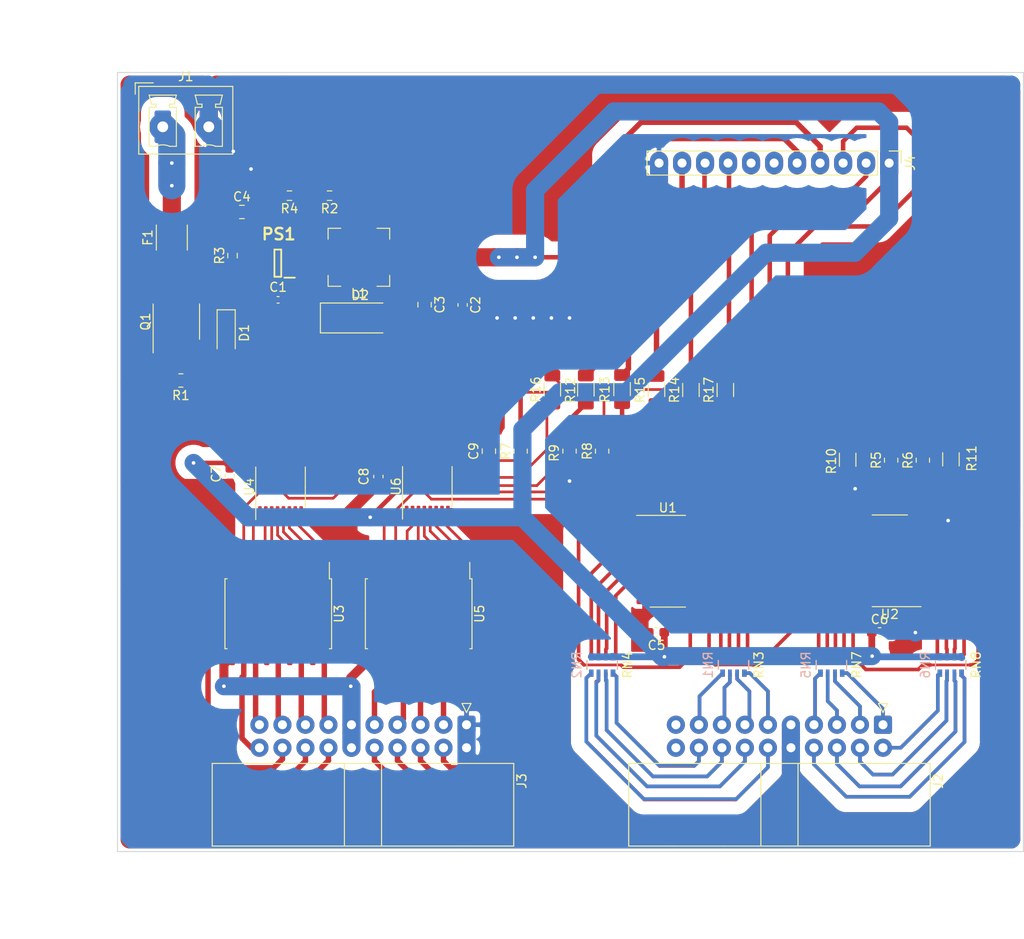
<source format=kicad_pcb>
(kicad_pcb (version 20171130) (host pcbnew "(5.1.8)-1")
  (layers (0 F.Cu signal) (31 B.Cu signal) (34 B.Paste user) (35 F.Paste user) (36 B.SilkS user) (37 F.SilkS user) (38 B.Mask user) (39 F.Mask user) (44 Edge.Cuts user))
  (net 0 "")
  (net 1 "Net-(C1-Pad2)")
  (net 2 "Net-(C1-Pad1)")
  (net 3 GND)
  (net 4 VCC)
  (net 5 "Net-(C4-Pad1)")
  (net 6 "Net-(D1-Pad2)")
  (net 7 +12V)
  (net 8 "Net-(F1-Pad2)")
  (net 9 "Net-(F1-Pad1)")
  (net 10 "Net-(PS1-Pad3)")
  (net 11 /I16)
  (net 12 /I14)
  (net 13 /I12)
  (net 14 /I10)
  (net 15 /I8)
  (net 16 /I6)
  (net 17 /I4)
  (net 18 /I2)
  (net 19 /I15)
  (net 20 /I13)
  (net 21 /I11)
  (net 22 /I9)
  (net 23 /I7)
  (net 24 /I5)
  (net 25 /I3)
  (net 26 /I1)
  (net 27 IN_Load)
  (net 28 "Net-(RN3-Pad4)")
  (net 29 "Net-(RN3-Pad2)")
  (net 30 "Net-(RN3-Pad3)")
  (net 31 "Net-(RN3-Pad1)")
  (net 32 "Net-(RN4-Pad4)")
  (net 33 "Net-(RN4-Pad2)")
  (net 34 "Net-(RN4-Pad3)")
  (net 35 "Net-(RN4-Pad1)")
  (net 36 "Net-(RN7-Pad4)")
  (net 37 "Net-(RN7-Pad2)")
  (net 38 "Net-(RN7-Pad3)")
  (net 39 "Net-(RN7-Pad1)")
  (net 40 "Net-(RN8-Pad4)")
  (net 41 "Net-(RN8-Pad2)")
  (net 42 "Net-(RN8-Pad3)")
  (net 43 "Net-(RN8-Pad1)")
  (net 44 "Net-(U1-Pad10)")
  (net 45 IN_Serial)
  (net 46 "Net-(U1-Pad7)")
  (net 47 IN_CLK)
  (net 48 "Net-(U2-Pad10)")
  (net 49 "Net-(U2-Pad7)")
  (net 50 "Net-(J2-Pad19)")
  (net 51 "Net-(J2-Pad20)")
  (net 52 /Reset)
  (net 53 /oa1)
  (net 54 /oa3)
  (net 55 /oa5)
  (net 56 /oa7)
  (net 57 /oaCOM)
  (net 58 /oa9)
  (net 59 /oa11)
  (net 60 /oa13)
  (net 61 /oa15)
  (net 62 /oa2)
  (net 63 /oa4)
  (net 64 /oa6)
  (net 65 /oa8)
  (net 66 /oa10)
  (net 67 /oa12)
  (net 68 /oa14)
  (net 69 /oa16)
  (net 70 OUT_Enable)
  (net 71 OUT_Push_Data)
  (net 72 /o1)
  (net 73 /o2)
  (net 74 /o3)
  (net 75 /o4)
  (net 76 /o5)
  (net 77 /o6)
  (net 78 /o7)
  (net 79 /o8)
  (net 80 /ONReg)
  (net 81 OUT_CLK)
  (net 82 "Net-(U4-Pad9)")
  (net 83 /o9)
  (net 84 /o10)
  (net 85 /o11)
  (net 86 /o12)
  (net 87 /o13)
  (net 88 /o14)
  (net 89 /o15)
  (net 90 /o16)
  (net 91 OUT_Serial)
  (net 92 SPI2_MOSI)
  (net 93 SPI2_MISO)
  (net 94 SPI2_CLK)
  (net 95 "Net-(J4-Pad7)")
  (net 96 "Net-(J4-Pad6)")
  (net 97 "Net-(J4-Pad5)")
  (net 98 "Net-(J4-Pad4)")
  (net 99 "Net-(J4-Pad3)")
  (net 100 "Net-(J4-Pad2)")
  (net 101 IN_CLK_Inh)
  (module Resistor_SMD:R_1206_3216Metric_Pad1.30x1.75mm_HandSolder (layer F.Cu) (at 127.1 78.05 90)
    (fp_text reference R17 (at 0 -1.82 90) (layer F.SilkS))
    (fp_text value 0)
    (pad 2 smd roundrect (at 1.55 0 90) (size 1.3 1.75) (layers F.Cu F.Paste F.Mask) (roundrect_rratio 0.1923076923076923) (net 94 SPI2_CLK))
    (pad 1 smd roundrect (at -1.55 0 90) (size 1.3 1.75) (layers F.Cu F.Paste F.Mask) (roundrect_rratio 0.1923076923076923) (net 47 IN_CLK))
  )
  (module Resistor_SMD:R_1206_3216Metric_Pad1.30x1.75mm_HandSolder (layer F.Cu) (at 108 78 90)
    (fp_text reference R16 (at 0 -1.82 90) (layer F.SilkS))
    (fp_text value 0)
    (pad 2 smd roundrect (at 1.55 0 90) (size 1.3 1.75) (layers F.Cu F.Paste F.Mask) (roundrect_rratio 0.1923076923076923) (net 94 SPI2_CLK))
    (pad 1 smd roundrect (at -1.55 0 90) (size 1.3 1.75) (layers F.Cu F.Paste F.Mask) (roundrect_rratio 0.1923076923076923) (net 81 OUT_CLK))
  )
  (module Resistor_SMD:R_1206_3216Metric_Pad1.30x1.75mm_HandSolder (layer F.Cu) (at 119.5 78.05 90)
    (fp_text reference R15 (at 0 -1.82 90) (layer F.SilkS))
    (fp_text value 0)
    (pad 2 smd roundrect (at 1.55 0 90) (size 1.3 1.75) (layers F.Cu F.Paste F.Mask) (roundrect_rratio 0.1923076923076923) (net 92 SPI2_MOSI))
    (pad 1 smd roundrect (at -1.55 0 90) (size 1.3 1.75) (layers F.Cu F.Paste F.Mask) (roundrect_rratio 0.1923076923076923) (net 91 OUT_Serial))
  )
  (module Resistor_SMD:R_1206_3216Metric_Pad1.30x1.75mm_HandSolder (layer F.Cu) (at 123.3 78.05 90)
    (fp_text reference R14 (at 0 -1.82 90) (layer F.SilkS))
    (fp_text value 0)
    (pad 2 smd roundrect (at 1.55 0 90) (size 1.3 1.75) (layers F.Cu F.Paste F.Mask) (roundrect_rratio 0.1923076923076923) (net 93 SPI2_MISO))
    (pad 1 smd roundrect (at -1.55 0 90) (size 1.3 1.75) (layers F.Cu F.Paste F.Mask) (roundrect_rratio 0.1923076923076923) (net 45 IN_Serial))
  )
  (module Resistor_SMD:R_1206_3216Metric_Pad1.30x1.75mm_HandSolder (layer F.Cu) (at 115.7 77.95 270)
    (fp_text reference R13 (at 0.05 1.9 90) (layer F.SilkS))
    (fp_text value 0)
    (pad 2 smd roundrect (at 1.55 0 270) (size 1.3 1.75) (layers F.Cu F.Paste F.Mask) (roundrect_rratio 0.1923076923076923) (net 70 OUT_Enable))
    (pad 1 smd roundrect (at -1.55 0 270) (size 1.3 1.75) (layers F.Cu F.Paste F.Mask) (roundrect_rratio 0.1923076923076923) (net 97 "Net-(J4-Pad5)"))
  )
  (module Resistor_SMD:R_1206_3216Metric_Pad1.30x1.75mm_HandSolder (layer F.Cu) (at 111.7 78 270)
    (fp_text reference R12 (at 0.1 1.7 90) (layer F.SilkS))
    (fp_text value 0)
    (pad 2 smd roundrect (at 1.55 0 270) (size 1.3 1.75) (layers F.Cu F.Paste F.Mask) (roundrect_rratio 0.1923076923076923) (net 71 OUT_Push_Data))
    (pad 1 smd roundrect (at -1.55 0 270) (size 1.3 1.75) (layers F.Cu F.Paste F.Mask) (roundrect_rratio 0.1923076923076923) (net 98 "Net-(J4-Pad4)"))
  )
  (module Resistor_SMD:R_1206_3216Metric_Pad1.30x1.75mm_HandSolder (layer F.Cu) (at 152 85.7 270)
    (fp_text reference R11 (at -0.1 -2.3 90) (layer F.SilkS))
    (fp_text value 0)
    (pad 2 smd roundrect (at 1.55 0 270) (size 1.3 1.75) (layers F.Cu F.Paste F.Mask) (roundrect_rratio 0.1923076923076923) (net 101 IN_CLK_Inh))
    (pad 1 smd roundrect (at -1.55 0 270) (size 1.3 1.75) (layers F.Cu F.Paste F.Mask) (roundrect_rratio 0.1923076923076923) (net 99 "Net-(J4-Pad3)"))
  )
  (module Resistor_SMD:R_1206_3216Metric_Pad1.30x1.75mm_HandSolder (layer F.Cu) (at 140.6 85.75 270)
    (fp_text reference R10 (at 0.15 1.8 90) (layer F.SilkS))
    (fp_text value 0)
    (pad 2 smd roundrect (at 1.55 0 270) (size 1.3 1.75) (layers F.Cu F.Paste F.Mask) (roundrect_rratio 0.1923076923076923) (net 27 IN_Load))
    (pad 1 smd roundrect (at -1.55 0 270) (size 1.3 1.75) (layers F.Cu F.Paste F.Mask) (roundrect_rratio 0.1923076923076923) (net 100 "Net-(J4-Pad2)"))
  )
  (module holse:PinHeader_1x11_P2.54mm_Vertical (layer F.Cu) (at 145.18 53 270)
    (fp_text reference J4 (at 0 -2.33 90) (layer F.SilkS))
    (fp_text value crossboard)
    (pad 11 thru_hole oval (at 0 25.4 270) (size 2.5 2) (drill 1) (layers *.Cu *.Mask) (net 3 GND))
    (pad 10 thru_hole oval (at 0 22.86 270) (size 2.5 2) (drill 1) (layers *.Cu *.Mask) (net 92 SPI2_MOSI))
    (pad 9 thru_hole oval (at 0 20.32 270) (size 2.5 2) (drill 1) (layers *.Cu *.Mask) (net 93 SPI2_MISO))
    (pad 8 thru_hole oval (at 0 17.78 270) (size 2.5 2) (drill 1) (layers *.Cu *.Mask) (net 94 SPI2_CLK))
    (pad 7 thru_hole oval (at 0 15.24 270) (size 2.5 2) (drill 1) (layers *.Cu *.Mask) (net 95 "Net-(J4-Pad7)"))
    (pad 6 thru_hole oval (at 0 12.7 270) (size 2.5 2) (drill 1) (layers *.Cu *.Mask) (net 96 "Net-(J4-Pad6)"))
    (pad 5 thru_hole oval (at 0 10.16 270) (size 2.5 2) (drill 1) (layers *.Cu *.Mask) (net 97 "Net-(J4-Pad5)"))
    (pad 4 thru_hole oval (at 0 7.62 270) (size 2.5 2) (drill 1) (layers *.Cu *.Mask) (net 98 "Net-(J4-Pad4)"))
    (pad 3 thru_hole oval (at 0 5.08 270) (size 2.5 2) (drill 1) (layers *.Cu *.Mask) (net 99 "Net-(J4-Pad3)"))
    (pad 2 thru_hole oval (at 0 2.54 270) (size 2.5 2) (drill 1) (layers *.Cu *.Mask) (net 100 "Net-(J4-Pad2)"))
    (pad 1 thru_hole rect (at 0 0 270) (size 2.5 2) (drill 1) (layers *.Cu *.Mask) (net 4 VCC))
  )
  (module Package_SO:TSSOP-16_4.4x5mm_P0.65mm (layer F.Cu) (at 94.2 88.7 90)
    (fp_text reference U6 (at 0 -3.45 90) (layer F.SilkS))
    (fp_text value 74HC595)
    (pad 16 smd roundrect (at 2.8625 -2.275 90) (size 1.475 0.4) (layers F.Cu F.Paste F.Mask) (net 4 VCC))
    (pad 15 smd roundrect (at 2.8625 -1.625 90) (size 1.475 0.4) (layers F.Cu F.Paste F.Mask) (net 83 /o9))
    (pad 14 smd roundrect (at 2.8625 -0.975 90) (size 1.475 0.4) (layers F.Cu F.Paste F.Mask) (net 91 OUT_Serial))
    (pad 13 smd roundrect (at 2.8625 -0.325 90) (size 1.475 0.4) (layers F.Cu F.Paste F.Mask) (net 70 OUT_Enable))
    (pad 12 smd roundrect (at 2.8625 0.325 90) (size 1.475 0.4) (layers F.Cu F.Paste F.Mask) (net 71 OUT_Push_Data))
    (pad 11 smd roundrect (at 2.8625 0.975 90) (size 1.475 0.4) (layers F.Cu F.Paste F.Mask) (net 81 OUT_CLK))
    (pad 10 smd roundrect (at 2.8625 1.625 90) (size 1.475 0.4) (layers F.Cu F.Paste F.Mask) (net 52 /Reset))
    (pad 9 smd roundrect (at 2.8625 2.275 90) (size 1.475 0.4) (layers F.Cu F.Paste F.Mask) (net 80 /ONReg))
    (pad 8 smd roundrect (at -2.8625 2.275 90) (size 1.475 0.4) (layers F.Cu F.Paste F.Mask) (net 3 GND))
    (pad 7 smd roundrect (at -2.8625 1.625 90) (size 1.475 0.4) (layers F.Cu F.Paste F.Mask) (net 90 /o16))
    (pad 6 smd roundrect (at -2.8625 0.975 90) (size 1.475 0.4) (layers F.Cu F.Paste F.Mask) (net 89 /o15))
    (pad 5 smd roundrect (at -2.8625 0.325 90) (size 1.475 0.4) (layers F.Cu F.Paste F.Mask) (net 88 /o14))
    (pad 4 smd roundrect (at -2.8625 -0.325 90) (size 1.475 0.4) (layers F.Cu F.Paste F.Mask) (net 87 /o13))
    (pad 3 smd roundrect (at -2.8625 -0.975 90) (size 1.475 0.4) (layers F.Cu F.Paste F.Mask) (net 86 /o12))
    (pad 2 smd roundrect (at -2.8625 -1.625 90) (size 1.475 0.4) (layers F.Cu F.Paste F.Mask) (net 85 /o11))
    (pad 1 smd roundrect (at -2.8625 -2.275 90) (size 1.475 0.4) (layers F.Cu F.Paste F.Mask) (net 84 /o10))
  )
  (module Package_SO:SOIC-18W_7.5x11.6mm_P1.27mm (layer F.Cu) (at 93.25 102.75 270)
    (fp_text reference U5 (at 0 -6.72 90) (layer F.SilkS))
    (fp_text value ULN2803A)
    (pad 18 smd roundrect (at 4.65 -5.08 270) (size 2.05 0.6) (layers F.Cu F.Paste F.Mask) (net 69 /oa16))
    (pad 17 smd roundrect (at 4.65 -3.81 270) (size 2.05 0.6) (layers F.Cu F.Paste F.Mask) (net 61 /oa15))
    (pad 16 smd roundrect (at 4.65 -2.54 270) (size 2.05 0.6) (layers F.Cu F.Paste F.Mask) (net 68 /oa14))
    (pad 15 smd roundrect (at 4.65 -1.27 270) (size 2.05 0.6) (layers F.Cu F.Paste F.Mask) (net 60 /oa13))
    (pad 14 smd roundrect (at 4.65 0 270) (size 2.05 0.6) (layers F.Cu F.Paste F.Mask) (net 67 /oa12))
    (pad 13 smd roundrect (at 4.65 1.27 270) (size 2.05 0.6) (layers F.Cu F.Paste F.Mask) (net 59 /oa11))
    (pad 12 smd roundrect (at 4.65 2.54 270) (size 2.05 0.6) (layers F.Cu F.Paste F.Mask) (net 66 /oa10))
    (pad 11 smd roundrect (at 4.65 3.81 270) (size 2.05 0.6) (layers F.Cu F.Paste F.Mask) (net 58 /oa9))
    (pad 10 smd roundrect (at 4.65 5.08 270) (size 2.05 0.6) (layers F.Cu F.Paste F.Mask) (net 57 /oaCOM))
    (pad 9 smd roundrect (at -4.65 5.08 270) (size 2.05 0.6) (layers F.Cu F.Paste F.Mask) (net 3 GND))
    (pad 8 smd roundrect (at -4.65 3.81 270) (size 2.05 0.6) (layers F.Cu F.Paste F.Mask) (net 83 /o9))
    (pad 7 smd roundrect (at -4.65 2.54 270) (size 2.05 0.6) (layers F.Cu F.Paste F.Mask) (net 84 /o10))
    (pad 6 smd roundrect (at -4.65 1.27 270) (size 2.05 0.6) (layers F.Cu F.Paste F.Mask) (net 85 /o11))
    (pad 5 smd roundrect (at -4.65 0 270) (size 2.05 0.6) (layers F.Cu F.Paste F.Mask) (net 86 /o12))
    (pad 4 smd roundrect (at -4.65 -1.27 270) (size 2.05 0.6) (layers F.Cu F.Paste F.Mask) (net 87 /o13))
    (pad 3 smd roundrect (at -4.65 -2.54 270) (size 2.05 0.6) (layers F.Cu F.Paste F.Mask) (net 88 /o14))
    (pad 2 smd roundrect (at -4.65 -3.81 270) (size 2.05 0.6) (layers F.Cu F.Paste F.Mask) (net 89 /o15))
    (pad 1 smd roundrect (at -4.65 -5.08 270) (size 2.05 0.6) (layers F.Cu F.Paste F.Mask) (net 90 /o16))
  )
  (module Package_SO:TSSOP-16_4.4x5mm_P0.65mm (layer F.Cu) (at 78 88.75 90)
    (fp_text reference U4 (at 0 -3.45 90) (layer F.SilkS))
    (fp_text value 74HC595)
    (pad 16 smd roundrect (at 2.8625 -2.275 90) (size 1.475 0.4) (layers F.Cu F.Paste F.Mask) (net 4 VCC))
    (pad 15 smd roundrect (at 2.8625 -1.625 90) (size 1.475 0.4) (layers F.Cu F.Paste F.Mask) (net 72 /o1))
    (pad 14 smd roundrect (at 2.8625 -0.975 90) (size 1.475 0.4) (layers F.Cu F.Paste F.Mask) (net 80 /ONReg))
    (pad 13 smd roundrect (at 2.8625 -0.325 90) (size 1.475 0.4) (layers F.Cu F.Paste F.Mask) (net 70 OUT_Enable))
    (pad 12 smd roundrect (at 2.8625 0.325 90) (size 1.475 0.4) (layers F.Cu F.Paste F.Mask) (net 71 OUT_Push_Data))
    (pad 11 smd roundrect (at 2.8625 0.975 90) (size 1.475 0.4) (layers F.Cu F.Paste F.Mask) (net 81 OUT_CLK))
    (pad 10 smd roundrect (at 2.8625 1.625 90) (size 1.475 0.4) (layers F.Cu F.Paste F.Mask) (net 52 /Reset))
    (pad 9 smd roundrect (at 2.8625 2.275 90) (size 1.475 0.4) (layers F.Cu F.Paste F.Mask) (net 82 "Net-(U4-Pad9)"))
    (pad 8 smd roundrect (at -2.8625 2.275 90) (size 1.475 0.4) (layers F.Cu F.Paste F.Mask) (net 3 GND))
    (pad 7 smd roundrect (at -2.8625 1.625 90) (size 1.475 0.4) (layers F.Cu F.Paste F.Mask) (net 79 /o8))
    (pad 6 smd roundrect (at -2.8625 0.975 90) (size 1.475 0.4) (layers F.Cu F.Paste F.Mask) (net 78 /o7))
    (pad 5 smd roundrect (at -2.8625 0.325 90) (size 1.475 0.4) (layers F.Cu F.Paste F.Mask) (net 77 /o6))
    (pad 4 smd roundrect (at -2.8625 -0.325 90) (size 1.475 0.4) (layers F.Cu F.Paste F.Mask) (net 76 /o5))
    (pad 3 smd roundrect (at -2.8625 -0.975 90) (size 1.475 0.4) (layers F.Cu F.Paste F.Mask) (net 75 /o4))
    (pad 2 smd roundrect (at -2.8625 -1.625 90) (size 1.475 0.4) (layers F.Cu F.Paste F.Mask) (net 74 /o3))
    (pad 1 smd roundrect (at -2.8625 -2.275 90) (size 1.475 0.4) (layers F.Cu F.Paste F.Mask) (net 73 /o2))
  )
  (module Package_SO:SOIC-18W_7.5x11.6mm_P1.27mm (layer F.Cu) (at 77.75 102.75 270)
    (fp_text reference U3 (at 0 -6.72 90) (layer F.SilkS))
    (fp_text value ULN2803A)
    (pad 18 smd roundrect (at 4.65 -5.08 270) (size 2.05 0.6) (layers F.Cu F.Paste F.Mask) (net 65 /oa8))
    (pad 17 smd roundrect (at 4.65 -3.81 270) (size 2.05 0.6) (layers F.Cu F.Paste F.Mask) (net 56 /oa7))
    (pad 16 smd roundrect (at 4.65 -2.54 270) (size 2.05 0.6) (layers F.Cu F.Paste F.Mask) (net 64 /oa6))
    (pad 15 smd roundrect (at 4.65 -1.27 270) (size 2.05 0.6) (layers F.Cu F.Paste F.Mask) (net 55 /oa5))
    (pad 14 smd roundrect (at 4.65 0 270) (size 2.05 0.6) (layers F.Cu F.Paste F.Mask) (net 63 /oa4))
    (pad 13 smd roundrect (at 4.65 1.27 270) (size 2.05 0.6) (layers F.Cu F.Paste F.Mask) (net 54 /oa3))
    (pad 12 smd roundrect (at 4.65 2.54 270) (size 2.05 0.6) (layers F.Cu F.Paste F.Mask) (net 62 /oa2))
    (pad 11 smd roundrect (at 4.65 3.81 270) (size 2.05 0.6) (layers F.Cu F.Paste F.Mask) (net 53 /oa1))
    (pad 10 smd roundrect (at 4.65 5.08 270) (size 2.05 0.6) (layers F.Cu F.Paste F.Mask) (net 57 /oaCOM))
    (pad 9 smd roundrect (at -4.65 5.08 270) (size 2.05 0.6) (layers F.Cu F.Paste F.Mask) (net 3 GND))
    (pad 8 smd roundrect (at -4.65 3.81 270) (size 2.05 0.6) (layers F.Cu F.Paste F.Mask) (net 72 /o1))
    (pad 7 smd roundrect (at -4.65 2.54 270) (size 2.05 0.6) (layers F.Cu F.Paste F.Mask) (net 73 /o2))
    (pad 6 smd roundrect (at -4.65 1.27 270) (size 2.05 0.6) (layers F.Cu F.Paste F.Mask) (net 74 /o3))
    (pad 5 smd roundrect (at -4.65 0 270) (size 2.05 0.6) (layers F.Cu F.Paste F.Mask) (net 75 /o4))
    (pad 4 smd roundrect (at -4.65 -1.27 270) (size 2.05 0.6) (layers F.Cu F.Paste F.Mask) (net 76 /o5))
    (pad 3 smd roundrect (at -4.65 -2.54 270) (size 2.05 0.6) (layers F.Cu F.Paste F.Mask) (net 77 /o6))
    (pad 2 smd roundrect (at -4.65 -3.81 270) (size 2.05 0.6) (layers F.Cu F.Paste F.Mask) (net 78 /o7))
    (pad 1 smd roundrect (at -4.65 -5.08 270) (size 2.05 0.6) (layers F.Cu F.Paste F.Mask) (net 79 /o8))
  )
  (module Resistor_SMD:R_0805_2012Metric_Pad1.20x1.40mm_HandSolder (layer F.Cu) (at 109.9 84.8 90)
    (fp_text reference R9 (at -0.2 -1.7 90) (layer F.SilkS))
    (fp_text value 100k)
    (pad 2 smd roundrect (at 1 0 90) (size 1.2 1.4) (layers F.Cu F.Paste F.Mask) (roundrect_rratio 0.2083325) (net 71 OUT_Push_Data))
    (pad 1 smd roundrect (at -1 0 90) (size 1.2 1.4) (layers F.Cu F.Paste F.Mask) (roundrect_rratio 0.2083325) (net 3 GND))
  )
  (module Resistor_SMD:R_0805_2012Metric_Pad1.20x1.40mm_HandSolder (layer F.Cu) (at 113.5 84.8 90)
    (fp_text reference R8 (at 0 -1.65 90) (layer F.SilkS))
    (fp_text value 100k)
    (pad 2 smd roundrect (at 1 0 90) (size 1.2 1.4) (layers F.Cu F.Paste F.Mask) (roundrect_rratio 0.2083325) (net 4 VCC))
    (pad 1 smd roundrect (at -1 0 90) (size 1.2 1.4) (layers F.Cu F.Paste F.Mask) (roundrect_rratio 0.2083325) (net 70 OUT_Enable))
  )
  (module Resistor_SMD:R_0805_2012Metric_Pad1.20x1.40mm_HandSolder (layer F.Cu) (at 104.5 84.8 90)
    (fp_text reference R7 (at 0 -1.65 90) (layer F.SilkS))
    (fp_text value 10k)
    (pad 2 smd roundrect (at 1 0 90) (size 1.2 1.4) (layers F.Cu F.Paste F.Mask) (roundrect_rratio 0.2083325) (net 4 VCC))
    (pad 1 smd roundrect (at -1 0 90) (size 1.2 1.4) (layers F.Cu F.Paste F.Mask) (roundrect_rratio 0.2083325) (net 52 /Reset))
  )
  (module holse:IDC-Header_2x10_P2.54mm_Horizontal (layer F.Cu) (at 98.53 115 270)
    (fp_text reference J3 (at 6.215 -6.1 270) (layer F.SilkS))
    (fp_text value "Ouput Relays")
    (pad 1 thru_hole roundrect (at 0 0 270) (size 2 2) (drill 1) (layers *.Cu *.Mask) (roundrect_rratio 0.147) (net 3 GND))
    (pad 3 thru_hole circle (at 0 2.54 270) (size 2 2) (drill 1) (layers *.Cu *.Mask) (net 69 /oa16))
    (pad 5 thru_hole circle (at 0 5.08 270) (size 2 2) (drill 1) (layers *.Cu *.Mask) (net 68 /oa14))
    (pad 7 thru_hole circle (at 0 7.62 270) (size 2 2) (drill 1) (layers *.Cu *.Mask) (net 67 /oa12))
    (pad 9 thru_hole circle (at 0 10.16 270) (size 2 2) (drill 1) (layers *.Cu *.Mask) (net 66 /oa10))
    (pad 11 thru_hole circle (at 0 12.7 270) (size 2 2) (drill 1) (layers *.Cu *.Mask) (net 57 /oaCOM))
    (pad 13 thru_hole circle (at 0 15.24 270) (size 2 2) (drill 1) (layers *.Cu *.Mask) (net 65 /oa8))
    (pad 15 thru_hole circle (at 0 17.78 270) (size 2 2) (drill 1) (layers *.Cu *.Mask) (net 64 /oa6))
    (pad 17 thru_hole circle (at 0 20.32 270) (size 2 2) (drill 1) (layers *.Cu *.Mask) (net 63 /oa4))
    (pad 19 thru_hole circle (at 0 22.86 270) (size 2 2) (drill 1) (layers *.Cu *.Mask) (net 62 /oa2))
    (pad 2 thru_hole circle (at 2.54 0 270) (size 2 2) (drill 1) (layers *.Cu *.Mask) (net 3 GND))
    (pad 4 thru_hole circle (at 2.54 2.54 270) (size 2 2) (drill 1) (layers *.Cu *.Mask) (net 61 /oa15))
    (pad 6 thru_hole circle (at 2.54 5.08) (size 2 2) (drill 1) (layers *.Cu *.Mask) (net 60 /oa13))
    (pad 8 thru_hole circle (at 2.54 7.62 270) (size 2 2) (drill 1) (layers *.Cu *.Mask) (net 59 /oa11))
    (pad 10 thru_hole circle (at 2.54 10.16 270) (size 2 2) (drill 1) (layers *.Cu *.Mask) (net 58 /oa9))
    (pad 12 thru_hole circle (at 2.54 12.7 270) (size 2 2) (drill 1) (layers *.Cu *.Mask) (net 57 /oaCOM))
    (pad 14 thru_hole circle (at 2.54 15.24 270) (size 2 2) (drill 1) (layers *.Cu *.Mask) (net 56 /oa7))
    (pad 16 thru_hole circle (at 2.54 17.78 270) (size 2 2) (drill 1) (layers *.Cu *.Mask) (net 55 /oa5))
    (pad 18 thru_hole circle (at 2.54 20.32 270) (size 2 2) (drill 1) (layers *.Cu *.Mask) (net 54 /oa3))
    (pad 20 thru_hole circle (at 2.54 22.86 270) (size 2 2) (drill 1) (layers *.Cu *.Mask) (net 53 /oa1))
  )
  (module Capacitor_SMD:C_0805_2012Metric_Pad1.18x1.45mm_HandSolder (layer F.Cu) (at 101 84.8 90)
    (fp_text reference C9 (at 0 -1.68 90) (layer F.SilkS))
    (fp_text value 1uF)
    (pad 2 smd roundrect (at 1.0375 0 90) (size 1.175 1.45) (layers F.Cu F.Paste F.Mask) (roundrect_rratio 0.2127659574468085) (net 3 GND))
    (pad 1 smd roundrect (at -1.0375 0 90) (size 1.175 1.45) (layers F.Cu F.Paste F.Mask) (roundrect_rratio 0.2127659574468085) (net 52 /Reset))
  )
  (module Capacitor_SMD:C_0603_1608Metric_Pad1.08x0.95mm_HandSolder (layer F.Cu) (at 88.8 87.6 270)
    (fp_text reference C8 (at 0 1.6 90) (layer F.SilkS))
    (fp_text value 0,1uF)
    (pad 2 smd roundrect (at 0.8625 0 270) (size 1.075 0.95) (layers F.Cu F.Paste F.Mask) (net 3 GND))
    (pad 1 smd roundrect (at -0.8625 0 270) (size 1.075 0.95) (layers F.Cu F.Paste F.Mask) (net 4 VCC))
  )
  (module Capacitor_SMD:C_0603_1608Metric_Pad1.08x0.95mm_HandSolder (layer F.Cu) (at 72.4 87.5 270)
    (fp_text reference C7 (at -0.2 1.5 90) (layer F.SilkS))
    (fp_text value 0,1uF)
    (pad 2 smd roundrect (at 0.8625 0 270) (size 1.075 0.95) (layers F.Cu F.Paste F.Mask) (net 3 GND))
    (pad 1 smd roundrect (at -0.8625 0 270) (size 1.075 0.95) (layers F.Cu F.Paste F.Mask) (net 4 VCC))
  )
  (module holse:R_Array_Convex_4x0603 (layer B.Cu) (at 151.975 108.4 270)
    (fp_text reference RN6 (at 0 2.8 90) (layer B.SilkS) (effects (justify mirror)))
    (fp_text value 100k)
    (pad 8 smd rect (at 0.9 -1.2 270) (size 0.8 0.5) (layers B.Cu B.Paste B.Mask) (net 11 /I16))
    (pad 7 smd rect (at 0.9 -0.4 270) (size 0.8 0.4) (layers B.Cu B.Paste B.Mask) (net 19 /I15))
    (pad 5 smd rect (at 0.9 1.2 270) (size 0.8 0.5) (layers B.Cu B.Paste B.Mask) (net 20 /I13))
    (pad 6 smd rect (at 0.9 0.4 270) (size 0.8 0.4) (layers B.Cu B.Paste B.Mask) (net 12 /I14))
    (pad 1 smd rect (at -0.9 -1.2 270) (size 0.8 0.5) (layers B.Cu B.Paste B.Mask) (net 4 VCC))
    (pad 3 smd rect (at -0.9 0.4 270) (size 0.8 0.4) (layers B.Cu B.Paste B.Mask) (net 4 VCC))
    (pad 2 smd rect (at -0.9 -0.4 270) (size 0.8 0.4) (layers B.Cu B.Paste B.Mask) (net 4 VCC))
    (pad 4 smd rect (at -0.9 1.2 270) (size 0.8 0.5) (layers B.Cu B.Paste B.Mask) (net 4 VCC))
  )
  (module holse:R_Array_Convex_4x0603 (layer B.Cu) (at 138.8 108.4 270)
    (fp_text reference RN5 (at 0 2.8 90) (layer B.SilkS) (effects (justify mirror)))
    (fp_text value 100k)
    (pad 8 smd rect (at 0.9 -1.2 270) (size 0.8 0.5) (layers B.Cu B.Paste B.Mask) (net 13 /I12))
    (pad 7 smd rect (at 0.9 -0.4 270) (size 0.8 0.4) (layers B.Cu B.Paste B.Mask) (net 21 /I11))
    (pad 5 smd rect (at 0.9 1.2 270) (size 0.8 0.5) (layers B.Cu B.Paste B.Mask) (net 22 /I9))
    (pad 6 smd rect (at 0.9 0.4 270) (size 0.8 0.4) (layers B.Cu B.Paste B.Mask) (net 14 /I10))
    (pad 1 smd rect (at -0.9 -1.2 270) (size 0.8 0.5) (layers B.Cu B.Paste B.Mask) (net 4 VCC))
    (pad 3 smd rect (at -0.9 0.4 270) (size 0.8 0.4) (layers B.Cu B.Paste B.Mask) (net 4 VCC))
    (pad 2 smd rect (at -0.9 -0.4 270) (size 0.8 0.4) (layers B.Cu B.Paste B.Mask) (net 4 VCC))
    (pad 4 smd rect (at -0.9 1.2 270) (size 0.8 0.5) (layers B.Cu B.Paste B.Mask) (net 4 VCC))
  )
  (module holse:R_Array_Convex_4x0603 (layer F.Cu) (at 128 108.4 270)
    (fp_text reference RN3 (at 0 -2.8 90) (layer F.SilkS))
    (fp_text value 1k)
    (pad 8 smd rect (at 0.9 1.2 270) (size 0.8 0.5) (layers F.Cu F.Paste F.Mask) (net 26 /I1))
    (pad 7 smd rect (at 0.9 0.4 270) (size 0.8 0.4) (layers F.Cu F.Paste F.Mask) (net 18 /I2))
    (pad 5 smd rect (at 0.9 -1.2 270) (size 0.8 0.5) (layers F.Cu F.Paste F.Mask) (net 17 /I4))
    (pad 6 smd rect (at 0.9 -0.4 270) (size 0.8 0.4) (layers F.Cu F.Paste F.Mask) (net 25 /I3))
    (pad 1 smd rect (at -0.9 1.2 270) (size 0.8 0.5) (layers F.Cu F.Paste F.Mask) (net 31 "Net-(RN3-Pad1)"))
    (pad 3 smd rect (at -0.9 -0.4 270) (size 0.8 0.4) (layers F.Cu F.Paste F.Mask) (net 30 "Net-(RN3-Pad3)"))
    (pad 2 smd rect (at -0.9 0.4 270) (size 0.8 0.4) (layers F.Cu F.Paste F.Mask) (net 29 "Net-(RN3-Pad2)"))
    (pad 4 smd rect (at -0.9 -1.2 270) (size 0.8 0.5) (layers F.Cu F.Paste F.Mask) (net 28 "Net-(RN3-Pad4)"))
  )
  (module holse:R_Array_Convex_4x0603 (layer B.Cu) (at 113.5 108.4 270)
    (fp_text reference RN2 (at 0 2.8 90) (layer B.SilkS) (effects (justify mirror)))
    (fp_text value 100k)
    (pad 8 smd rect (at 0.9 -1.2 270) (size 0.8 0.5) (layers B.Cu B.Paste B.Mask) (net 15 /I8))
    (pad 7 smd rect (at 0.9 -0.4 270) (size 0.8 0.4) (layers B.Cu B.Paste B.Mask) (net 23 /I7))
    (pad 5 smd rect (at 0.9 1.2 270) (size 0.8 0.5) (layers B.Cu B.Paste B.Mask) (net 24 /I5))
    (pad 6 smd rect (at 0.9 0.4 270) (size 0.8 0.4) (layers B.Cu B.Paste B.Mask) (net 16 /I6))
    (pad 1 smd rect (at -0.9 -1.2 270) (size 0.8 0.5) (layers B.Cu B.Paste B.Mask) (net 4 VCC))
    (pad 3 smd rect (at -0.9 0.4 270) (size 0.8 0.4) (layers B.Cu B.Paste B.Mask) (net 4 VCC))
    (pad 2 smd rect (at -0.9 -0.4 270) (size 0.8 0.4) (layers B.Cu B.Paste B.Mask) (net 4 VCC))
    (pad 4 smd rect (at -0.9 1.2 270) (size 0.8 0.5) (layers B.Cu B.Paste B.Mask) (net 4 VCC))
  )
  (module holse:R_Array_Convex_4x0603 (layer B.Cu) (at 128 108.4 270)
    (fp_text reference RN1 (at 0 2.8 90) (layer B.SilkS) (effects (justify mirror)))
    (fp_text value 100k)
    (pad 8 smd rect (at 0.9 -1.2 270) (size 0.8 0.5) (layers B.Cu B.Paste B.Mask) (net 17 /I4))
    (pad 7 smd rect (at 0.9 -0.4 270) (size 0.8 0.4) (layers B.Cu B.Paste B.Mask) (net 25 /I3))
    (pad 5 smd rect (at 0.9 1.2 270) (size 0.8 0.5) (layers B.Cu B.Paste B.Mask) (net 26 /I1))
    (pad 6 smd rect (at 0.9 0.4 270) (size 0.8 0.4) (layers B.Cu B.Paste B.Mask) (net 18 /I2))
    (pad 1 smd rect (at -0.9 -1.2 270) (size 0.8 0.5) (layers B.Cu B.Paste B.Mask) (net 4 VCC))
    (pad 3 smd rect (at -0.9 0.4 270) (size 0.8 0.4) (layers B.Cu B.Paste B.Mask) (net 4 VCC))
    (pad 2 smd rect (at -0.9 -0.4 270) (size 0.8 0.4) (layers B.Cu B.Paste B.Mask) (net 4 VCC))
    (pad 4 smd rect (at -0.9 1.2 270) (size 0.8 0.5) (layers B.Cu B.Paste B.Mask) (net 4 VCC))
  )
  (module holse:R_Array_Convex_4x0603 (layer F.Cu) (at 151.975 108.4 270)
    (fp_text reference RN8 (at 0 -2.8 90) (layer F.SilkS))
    (fp_text value 1k)
    (pad 8 smd rect (at 0.9 1.2 270) (size 0.8 0.5) (layers F.Cu F.Paste F.Mask) (net 20 /I13))
    (pad 7 smd rect (at 0.9 0.4 270) (size 0.8 0.4) (layers F.Cu F.Paste F.Mask) (net 12 /I14))
    (pad 5 smd rect (at 0.9 -1.2 270) (size 0.8 0.5) (layers F.Cu F.Paste F.Mask) (net 11 /I16))
    (pad 6 smd rect (at 0.9 -0.4 270) (size 0.8 0.4) (layers F.Cu F.Paste F.Mask) (net 19 /I15))
    (pad 1 smd rect (at -0.9 1.2 270) (size 0.8 0.5) (layers F.Cu F.Paste F.Mask) (net 43 "Net-(RN8-Pad1)"))
    (pad 3 smd rect (at -0.9 -0.4 270) (size 0.8 0.4) (layers F.Cu F.Paste F.Mask) (net 42 "Net-(RN8-Pad3)"))
    (pad 2 smd rect (at -0.9 0.4 270) (size 0.8 0.4) (layers F.Cu F.Paste F.Mask) (net 41 "Net-(RN8-Pad2)"))
    (pad 4 smd rect (at -0.9 -1.2 270) (size 0.8 0.5) (layers F.Cu F.Paste F.Mask) (net 40 "Net-(RN8-Pad4)"))
  )
  (module holse:R_Array_Convex_4x0603 (layer F.Cu) (at 138.8 108.4 270)
    (fp_text reference RN7 (at 0 -2.8 90) (layer F.SilkS))
    (fp_text value 1k)
    (pad 8 smd rect (at 0.9 1.2 270) (size 0.8 0.5) (layers F.Cu F.Paste F.Mask) (net 22 /I9))
    (pad 7 smd rect (at 0.9 0.4 270) (size 0.8 0.4) (layers F.Cu F.Paste F.Mask) (net 14 /I10))
    (pad 5 smd rect (at 0.9 -1.2 270) (size 0.8 0.5) (layers F.Cu F.Paste F.Mask) (net 13 /I12))
    (pad 6 smd rect (at 0.9 -0.4 270) (size 0.8 0.4) (layers F.Cu F.Paste F.Mask) (net 21 /I11))
    (pad 1 smd rect (at -0.9 1.2 270) (size 0.8 0.5) (layers F.Cu F.Paste F.Mask) (net 39 "Net-(RN7-Pad1)"))
    (pad 3 smd rect (at -0.9 -0.4 270) (size 0.8 0.4) (layers F.Cu F.Paste F.Mask) (net 38 "Net-(RN7-Pad3)"))
    (pad 2 smd rect (at -0.9 0.4 270) (size 0.8 0.4) (layers F.Cu F.Paste F.Mask) (net 37 "Net-(RN7-Pad2)"))
    (pad 4 smd rect (at -0.9 -1.2 270) (size 0.8 0.5) (layers F.Cu F.Paste F.Mask) (net 36 "Net-(RN7-Pad4)"))
  )
  (module Package_SO:SOIC-16_3.9x9.9mm_P1.27mm (layer F.Cu) (at 145.25 96.905 180)
    (fp_text reference U2 (at 0 -5.9) (layer F.SilkS))
    (fp_text value 74HC165)
    (pad 16 smd roundrect (at 2.475 -4.445 180) (size 1.95 0.6) (layers F.Cu F.Paste F.Mask) (net 4 VCC))
    (pad 15 smd roundrect (at 2.475 -3.175 180) (size 1.95 0.6) (layers F.Cu F.Paste F.Mask) (net 101 IN_CLK_Inh))
    (pad 14 smd roundrect (at 2.475 -1.905 180) (size 1.95 0.6) (layers F.Cu F.Paste F.Mask) (net 36 "Net-(RN7-Pad4)"))
    (pad 13 smd roundrect (at 2.475 -0.635 180) (size 1.95 0.6) (layers F.Cu F.Paste F.Mask) (net 38 "Net-(RN7-Pad3)"))
    (pad 12 smd roundrect (at 2.475 0.635 180) (size 1.95 0.6) (layers F.Cu F.Paste F.Mask) (net 37 "Net-(RN7-Pad2)"))
    (pad 11 smd roundrect (at 2.475 1.905 180) (size 1.95 0.6) (layers F.Cu F.Paste F.Mask) (net 39 "Net-(RN7-Pad1)"))
    (pad 10 smd roundrect (at 2.475 3.175 180) (size 1.95 0.6) (layers F.Cu F.Paste F.Mask) (net 48 "Net-(U2-Pad10)"))
    (pad 9 smd roundrect (at 2.475 4.445 180) (size 1.95 0.6) (layers F.Cu F.Paste F.Mask) (net 44 "Net-(U1-Pad10)"))
    (pad 8 smd roundrect (at -2.475 4.445 180) (size 1.95 0.6) (layers F.Cu F.Paste F.Mask) (net 3 GND))
    (pad 7 smd roundrect (at -2.475 3.175 180) (size 1.95 0.6) (layers F.Cu F.Paste F.Mask) (net 49 "Net-(U2-Pad7)"))
    (pad 6 smd roundrect (at -2.475 1.905 180) (size 1.95 0.6) (layers F.Cu F.Paste F.Mask) (net 40 "Net-(RN8-Pad4)"))
    (pad 5 smd roundrect (at -2.475 0.635 180) (size 1.95 0.6) (layers F.Cu F.Paste F.Mask) (net 42 "Net-(RN8-Pad3)"))
    (pad 4 smd roundrect (at -2.475 -0.635 180) (size 1.95 0.6) (layers F.Cu F.Paste F.Mask) (net 41 "Net-(RN8-Pad2)"))
    (pad 3 smd roundrect (at -2.475 -1.905 180) (size 1.95 0.6) (layers F.Cu F.Paste F.Mask) (net 43 "Net-(RN8-Pad1)"))
    (pad 2 smd roundrect (at -2.475 -3.175 180) (size 1.95 0.6) (layers F.Cu F.Paste F.Mask) (net 47 IN_CLK))
    (pad 1 smd roundrect (at -2.475 -4.445 180) (size 1.95 0.6) (layers F.Cu F.Paste F.Mask) (net 27 IN_Load))
  )
  (module holse:R_Array_Convex_4x0603 (layer F.Cu) (at 113.5 108.4 270)
    (fp_text reference RN4 (at 0 -2.8 270) (layer F.SilkS))
    (fp_text value 1k)
    (pad 8 smd rect (at 0.9 1.2 270) (size 0.8 0.5) (layers F.Cu F.Paste F.Mask) (net 24 /I5))
    (pad 7 smd rect (at 0.9 0.4 270) (size 0.8 0.4) (layers F.Cu F.Paste F.Mask) (net 16 /I6))
    (pad 5 smd rect (at 0.9 -1.2 270) (size 0.8 0.5) (layers F.Cu F.Paste F.Mask) (net 15 /I8))
    (pad 6 smd rect (at 0.9 -0.4 270) (size 0.8 0.4) (layers F.Cu F.Paste F.Mask) (net 23 /I7))
    (pad 1 smd rect (at -0.9 1.2 270) (size 0.8 0.5) (layers F.Cu F.Paste F.Mask) (net 35 "Net-(RN4-Pad1)"))
    (pad 3 smd rect (at -0.9 -0.4 270) (size 0.8 0.4) (layers F.Cu F.Paste F.Mask) (net 34 "Net-(RN4-Pad3)"))
    (pad 2 smd rect (at -0.9 0.4 270) (size 0.8 0.4) (layers F.Cu F.Paste F.Mask) (net 33 "Net-(RN4-Pad2)"))
    (pad 4 smd rect (at -0.9 -1.2 270) (size 0.8 0.5) (layers F.Cu F.Paste F.Mask) (net 32 "Net-(RN4-Pad4)"))
  )
  (module holse:IDC-Header_2x10_P2.54mm_Horizontal (layer F.Cu) (at 144.5 115 270)
    (fp_text reference J2 (at 6.215 -6.1 270) (layer F.SilkS))
    (fp_text value "Input Buttons")
    (pad 1 thru_hole roundrect (at 0 0 270) (size 2 2) (drill 1) (layers *.Cu *.Mask) (roundrect_rratio 0.147) (net 13 /I12))
    (pad 3 thru_hole circle (at 0 2.54 270) (size 2 2) (drill 1) (layers *.Cu *.Mask) (net 21 /I11))
    (pad 5 thru_hole circle (at 0 5.08 270) (size 2 2) (drill 1) (layers *.Cu *.Mask) (net 14 /I10))
    (pad 7 thru_hole circle (at 0 7.62 270) (size 2 2) (drill 1) (layers *.Cu *.Mask) (net 22 /I9))
    (pad 9 thru_hole circle (at 0 10.16 270) (size 2 2) (drill 1) (layers *.Cu *.Mask) (net 3 GND))
    (pad 11 thru_hole circle (at 0 12.7 270) (size 2 2) (drill 1) (layers *.Cu *.Mask) (net 17 /I4))
    (pad 13 thru_hole circle (at 0 15.24 270) (size 2 2) (drill 1) (layers *.Cu *.Mask) (net 25 /I3))
    (pad 15 thru_hole circle (at 0 17.78 270) (size 2 2) (drill 1) (layers *.Cu *.Mask) (net 18 /I2))
    (pad 17 thru_hole circle (at 0 20.32 270) (size 2 2) (drill 1) (layers *.Cu *.Mask) (net 26 /I1))
    (pad 19 thru_hole circle (at 0 22.86 270) (size 2 2) (drill 1) (layers *.Cu *.Mask) (net 50 "Net-(J2-Pad19)"))
    (pad 2 thru_hole circle (at 2.54 0 270) (size 2 2) (drill 1) (layers *.Cu *.Mask) (net 20 /I13))
    (pad 4 thru_hole circle (at 2.54 2.54 270) (size 2 2) (drill 1) (layers *.Cu *.Mask) (net 12 /I14))
    (pad 6 thru_hole circle (at 2.54 5.08) (size 2 2) (drill 1) (layers *.Cu *.Mask) (net 19 /I15))
    (pad 8 thru_hole circle (at 2.54 7.62 270) (size 2 2) (drill 1) (layers *.Cu *.Mask) (net 11 /I16))
    (pad 10 thru_hole circle (at 2.54 10.16 270) (size 2 2) (drill 1) (layers *.Cu *.Mask) (net 3 GND))
    (pad 12 thru_hole circle (at 2.54 12.7 270) (size 2 2) (drill 1) (layers *.Cu *.Mask) (net 24 /I5))
    (pad 14 thru_hole circle (at 2.54 15.24 270) (size 2 2) (drill 1) (layers *.Cu *.Mask) (net 16 /I6))
    (pad 16 thru_hole circle (at 2.54 17.78 270) (size 2 2) (drill 1) (layers *.Cu *.Mask) (net 23 /I7))
    (pad 18 thru_hole circle (at 2.54 20.32 270) (size 2 2) (drill 1) (layers *.Cu *.Mask) (net 15 /I8))
    (pad 20 thru_hole circle (at 2.54 22.86 270) (size 2 2) (drill 1) (layers *.Cu *.Mask) (net 51 "Net-(J2-Pad20)"))
  )
  (module Package_SO:SOIC-16_3.9x9.9mm_P1.27mm (layer F.Cu) (at 120.75 96.95)
    (fp_text reference U1 (at 0 -5.9) (layer F.SilkS))
    (fp_text value 74HC165)
    (pad 16 smd roundrect (at 2.475 -4.445) (size 1.95 0.6) (layers F.Cu F.Paste F.Mask) (net 4 VCC))
    (pad 15 smd roundrect (at 2.475 -3.175) (size 1.95 0.6) (layers F.Cu F.Paste F.Mask) (net 101 IN_CLK_Inh))
    (pad 14 smd roundrect (at 2.475 -1.905) (size 1.95 0.6) (layers F.Cu F.Paste F.Mask) (net 28 "Net-(RN3-Pad4)"))
    (pad 13 smd roundrect (at 2.475 -0.635) (size 1.95 0.6) (layers F.Cu F.Paste F.Mask) (net 30 "Net-(RN3-Pad3)"))
    (pad 12 smd roundrect (at 2.475 0.635) (size 1.95 0.6) (layers F.Cu F.Paste F.Mask) (net 29 "Net-(RN3-Pad2)"))
    (pad 11 smd roundrect (at 2.475 1.905) (size 1.95 0.6) (layers F.Cu F.Paste F.Mask) (net 31 "Net-(RN3-Pad1)"))
    (pad 10 smd roundrect (at 2.475 3.175) (size 1.95 0.6) (layers F.Cu F.Paste F.Mask) (net 44 "Net-(U1-Pad10)"))
    (pad 9 smd roundrect (at 2.475 4.445) (size 1.95 0.6) (layers F.Cu F.Paste F.Mask) (net 45 IN_Serial))
    (pad 8 smd roundrect (at -2.475 4.445) (size 1.95 0.6) (layers F.Cu F.Paste F.Mask) (net 3 GND))
    (pad 7 smd roundrect (at -2.475 3.175) (size 1.95 0.6) (layers F.Cu F.Paste F.Mask) (net 46 "Net-(U1-Pad7)"))
    (pad 6 smd roundrect (at -2.475 1.905) (size 1.95 0.6) (layers F.Cu F.Paste F.Mask) (net 32 "Net-(RN4-Pad4)"))
    (pad 5 smd roundrect (at -2.475 0.635) (size 1.95 0.6) (layers F.Cu F.Paste F.Mask) (net 34 "Net-(RN4-Pad3)"))
    (pad 4 smd roundrect (at -2.475 -0.635) (size 1.95 0.6) (layers F.Cu F.Paste F.Mask) (net 33 "Net-(RN4-Pad2)"))
    (pad 3 smd roundrect (at -2.475 -1.905) (size 1.95 0.6) (layers F.Cu F.Paste F.Mask) (net 35 "Net-(RN4-Pad1)"))
    (pad 2 smd roundrect (at -2.475 -3.175) (size 1.95 0.6) (layers F.Cu F.Paste F.Mask) (net 47 IN_CLK))
    (pad 1 smd roundrect (at -2.475 -4.445) (size 1.95 0.6) (layers F.Cu F.Paste F.Mask) (net 27 IN_Load))
  )
  (module Resistor_SMD:R_0805_2012Metric_Pad1.20x1.40mm_HandSolder (layer F.Cu) (at 148.9 85.8 90)
    (fp_text reference R6 (at 0 -1.65 90) (layer F.SilkS))
    (fp_text value 100k)
    (pad 2 smd roundrect (at 1 0 90) (size 1.2 1.4) (layers F.Cu F.Paste F.Mask) (roundrect_rratio 0.2083325) (net 4 VCC))
    (pad 1 smd roundrect (at -1 0 90) (size 1.2 1.4) (layers F.Cu F.Paste F.Mask) (roundrect_rratio 0.2083325) (net 101 IN_CLK_Inh))
  )
  (module Resistor_SMD:R_0805_2012Metric_Pad1.20x1.40mm_HandSolder (layer F.Cu) (at 145.4 85.8 90)
    (fp_text reference R5 (at 0 -1.65 90) (layer F.SilkS))
    (fp_text value 100k)
    (pad 2 smd roundrect (at 1 0 90) (size 1.2 1.4) (layers F.Cu F.Paste F.Mask) (roundrect_rratio 0.2083325) (net 4 VCC))
    (pad 1 smd roundrect (at -1 0 90) (size 1.2 1.4) (layers F.Cu F.Paste F.Mask) (roundrect_rratio 0.2083325) (net 100 "Net-(J4-Pad2)"))
  )
  (module Capacitor_SMD:C_0603_1608Metric_Pad1.08x0.95mm_HandSolder (layer F.Cu) (at 144.125 104.8)
    (fp_text reference C6 (at 0 -1.43) (layer F.SilkS))
    (fp_text value 0,1uF)
    (pad 2 smd roundrect (at 0.8625 0) (size 1.075 0.95) (layers F.Cu F.Paste F.Mask) (net 3 GND))
    (pad 1 smd roundrect (at -0.8625 0) (size 1.075 0.95) (layers F.Cu F.Paste F.Mask) (net 4 VCC))
  )
  (module Capacitor_SMD:C_0603_1608Metric_Pad1.08x0.95mm_HandSolder (layer F.Cu) (at 119.5 104.8 180)
    (fp_text reference C5 (at 0 -1.43) (layer F.SilkS))
    (fp_text value 0,1uF)
    (pad 2 smd roundrect (at 0.8625 0 180) (size 1.075 0.95) (layers F.Cu F.Paste F.Mask) (net 3 GND))
    (pad 1 smd roundrect (at -0.8625 0 180) (size 1.075 0.95) (layers F.Cu F.Paste F.Mask) (net 4 VCC))
  )
  (module holse:SOT95P285X140-6N (layer F.Cu) (at 77.7 64.05 180)
    (fp_text reference PS1 (at -0.1 3.2) (layer F.SilkS) (effects (font (size 1.27 1.27) (thickness 0.254))))
    (fp_text value AP5100WG-7 hide)
    (pad 1 smd rect (at -1.3 -0.95 270) (size 0.6 1.15) (layers F.Cu F.Paste F.Mask) (net 1 "Net-(C1-Pad2)"))
    (pad 2 smd rect (at -1.3 0 270) (size 0.6 1.15) (layers F.Cu F.Paste F.Mask) (net 3 GND))
    (pad 3 smd rect (at -1.3 0.95 270) (size 0.6 1.15) (layers F.Cu F.Paste F.Mask) (net 10 "Net-(PS1-Pad3)"))
    (pad 4 smd rect (at 1.3 0.95 270) (size 0.6 1.15) (layers F.Cu F.Paste F.Mask) (net 5 "Net-(C4-Pad1)"))
    (pad 5 smd rect (at 1.3 0 270) (size 0.6 1.15) (layers F.Cu F.Paste F.Mask) (net 7 +12V))
    (pad 6 smd rect (at 1.3 -0.95 270) (size 0.6 1.15) (layers F.Cu F.Paste F.Mask) (net 2 "Net-(C1-Pad1)"))
  )
  (module Connector_Phoenix_MC_HighVoltage:PhoenixContact_MCV_1,5_2-G-5.08_1x02_P5.08mm_Vertical (layer F.Cu) (at 65 49)
    (fp_text reference J1 (at 2.54 -5.55) (layer F.SilkS))
    (fp_text value Power_12V)
    (pad 2 thru_hole oval (at 5.08 0) (size 1.8 3.6) (drill 1.2) (layers *.Cu *.Mask) (net 3 GND))
    (pad 1 thru_hole roundrect (at 0 0) (size 1.8 3.6) (drill 1.2) (layers *.Cu *.Mask) (roundrect_rratio 0.1388888888888889) (net 8 "Net-(F1-Pad2)"))
  )
  (module Diode_SMD:D_MiniMELF (layer F.Cu) (at 72 71.75 270)
    (fp_text reference D1 (at 0 -2 90) (layer F.SilkS))
    (fp_text value 10V/0.5W)
    (pad 2 smd rect (at 1.75 0 270) (size 1.3 1.7) (layers F.Cu F.Paste F.Mask) (net 6 "Net-(D1-Pad2)"))
    (pad 1 smd rect (at -1.75 0 270) (size 1.3 1.7) (layers F.Cu F.Paste F.Mask) (net 7 +12V))
  )
  (module Resistor_SMD:R_0603_1608Metric_Pad0.98x0.95mm_HandSolder (layer F.Cu) (at 78.9875 56.6 180)
    (fp_text reference R4 (at 0 -1.43) (layer F.SilkS))
    (fp_text value 1,21k)
    (pad 2 smd roundrect (at 0.9125 0 180) (size 0.975 0.95) (layers F.Cu F.Paste F.Mask) (net 3 GND))
    (pad 1 smd roundrect (at -0.9125 0 180) (size 0.975 0.95) (layers F.Cu F.Paste F.Mask) (net 10 "Net-(PS1-Pad3)"))
  )
  (module Resistor_SMD:R_0603_1608Metric_Pad0.98x0.95mm_HandSolder (layer F.Cu) (at 72.7 63.2125 90)
    (fp_text reference R3 (at 0 -1.43 90) (layer F.SilkS))
    (fp_text value 100k)
    (pad 2 smd roundrect (at 0.9125 0 90) (size 0.975 0.95) (layers F.Cu F.Paste F.Mask) (net 5 "Net-(C4-Pad1)"))
    (pad 1 smd roundrect (at -0.9125 0 90) (size 0.975 0.95) (layers F.Cu F.Paste F.Mask) (net 7 +12V))
  )
  (module Resistor_SMD:R_0603_1608Metric_Pad0.98x0.95mm_HandSolder (layer F.Cu) (at 83.4125 56.6 180)
    (fp_text reference R2 (at 0 -1.43) (layer F.SilkS))
    (fp_text value 3,74k)
    (pad 2 smd roundrect (at 0.9125 0 180) (size 0.975 0.95) (layers F.Cu F.Paste F.Mask) (net 10 "Net-(PS1-Pad3)"))
    (pad 1 smd roundrect (at -0.9125 0 180) (size 0.975 0.95) (layers F.Cu F.Paste F.Mask) (net 4 VCC))
  )
  (module Resistor_SMD:R_0805_2012Metric_Pad1.20x1.40mm_HandSolder (layer F.Cu) (at 67 77 180)
    (fp_text reference R1 (at 0 -1.65) (layer F.SilkS))
    (fp_text value 100k)
    (pad 2 smd roundrect (at 1 0 180) (size 1.2 1.4) (layers F.Cu F.Paste F.Mask) (roundrect_rratio 0.2083325) (net 3 GND))
    (pad 1 smd roundrect (at -1 0 180) (size 1.2 1.4) (layers F.Cu F.Paste F.Mask) (roundrect_rratio 0.2083325) (net 6 "Net-(D1-Pad2)"))
  )
  (module Package_SO:SOIC-8_3.9x4.9mm_P1.27mm (layer F.Cu) (at 66.5 70.5 90)
    (fp_text reference Q1 (at 0 -3.4 90) (layer F.SilkS))
    (fp_text value FDS4435BZ)
    (pad 8 smd roundrect (at 2.475 -1.905 90) (size 1.95 0.6) (layers F.Cu F.Paste F.Mask) (net 9 "Net-(F1-Pad1)"))
    (pad 7 smd roundrect (at 2.475 -0.635 90) (size 1.95 0.6) (layers F.Cu F.Paste F.Mask) (net 9 "Net-(F1-Pad1)"))
    (pad 6 smd roundrect (at 2.475 0.635 90) (size 1.95 0.6) (layers F.Cu F.Paste F.Mask) (net 9 "Net-(F1-Pad1)"))
    (pad 5 smd roundrect (at 2.475 1.905 90) (size 1.95 0.6) (layers F.Cu F.Paste F.Mask) (net 9 "Net-(F1-Pad1)"))
    (pad 4 smd roundrect (at -2.475 1.905 90) (size 1.95 0.6) (layers F.Cu F.Paste F.Mask) (net 6 "Net-(D1-Pad2)"))
    (pad 3 smd roundrect (at -2.475 0.635 90) (size 1.95 0.6) (layers F.Cu F.Paste F.Mask) (net 7 +12V))
    (pad 2 smd roundrect (at -2.475 -0.635 90) (size 1.95 0.6) (layers F.Cu F.Paste F.Mask) (net 7 +12V))
    (pad 1 smd roundrect (at -2.475 -1.905 90) (size 1.95 0.6) (layers F.Cu F.Paste F.Mask) (net 7 +12V))
  )
  (module Inductor_SMD:L_Bourns-SRN6028 (layer F.Cu) (at 86.65 63.4)
    (fp_text reference L1 (at 0 4) (layer F.SilkS))
    (fp_text value 10uH)
    (pad 2 smd rect (at 2.35 0) (size 1.6 5.7) (layers F.Cu F.Paste F.Mask) (net 4 VCC))
    (pad 1 smd rect (at -2.35 0) (size 1.6 5.7) (layers F.Cu F.Paste F.Mask) (net 2 "Net-(C1-Pad1)"))
  )
  (module Fuse:Fuse_1812_4532Metric_Pad1.30x3.40mm_HandSolder (layer F.Cu) (at 66 61.225 90)
    (fp_text reference F1 (at 0 -2.65 90) (layer F.SilkS))
    (fp_text value 0.1A)
    (pad 2 smd roundrect (at 2.225 0 90) (size 1.3 3.4) (layers F.Cu F.Paste F.Mask) (roundrect_rratio 0.1923076923076923) (net 8 "Net-(F1-Pad2)"))
    (pad 1 smd roundrect (at -2.225 0 90) (size 1.3 3.4) (layers F.Cu F.Paste F.Mask) (roundrect_rratio 0.1923076923076923) (net 9 "Net-(F1-Pad1)"))
  )
  (module Diode_SMD:D_SMA_Handsoldering (layer F.Cu) (at 86.8 70.1)
    (fp_text reference D2 (at 0 -2.5) (layer F.SilkS))
    (fp_text value SS14)
    (pad 2 smd rect (at 2.5 0) (size 3.5 1.8) (layers F.Cu F.Paste F.Mask) (net 3 GND))
    (pad 1 smd rect (at -2.5 0) (size 3.5 1.8) (layers F.Cu F.Paste F.Mask) (net 2 "Net-(C1-Pad1)"))
  )
  (module Capacitor_SMD:C_0805_2012Metric_Pad1.18x1.45mm_HandSolder (layer F.Cu) (at 73.7375 58.4)
    (fp_text reference C4 (at 0 -1.68) (layer F.SilkS))
    (fp_text value 10uF)
    (pad 2 smd roundrect (at 1.0375 0) (size 1.175 1.45) (layers F.Cu F.Paste F.Mask) (roundrect_rratio 0.2127659574468085) (net 3 GND))
    (pad 1 smd roundrect (at -1.0375 0) (size 1.175 1.45) (layers F.Cu F.Paste F.Mask) (roundrect_rratio 0.2127659574468085) (net 5 "Net-(C4-Pad1)"))
  )
  (module Capacitor_SMD:C_0805_2012Metric_Pad1.18x1.45mm_HandSolder (layer F.Cu) (at 93.9 68.6375 270)
    (fp_text reference C3 (at 0 -1.68 90) (layer F.SilkS))
    (fp_text value 22uF)
    (pad 2 smd roundrect (at 1.0375 0 270) (size 1.175 1.45) (layers F.Cu F.Paste F.Mask) (roundrect_rratio 0.2127659574468085) (net 3 GND))
    (pad 1 smd roundrect (at -1.0375 0 270) (size 1.175 1.45) (layers F.Cu F.Paste F.Mask) (roundrect_rratio 0.2127659574468085) (net 4 VCC))
  )
  (module Capacitor_SMD:C_0603_1608Metric_Pad1.08x0.95mm_HandSolder (layer F.Cu) (at 98.1 68.6625 270)
    (fp_text reference C2 (at 0 -1.43 90) (layer F.SilkS))
    (fp_text value 0,1uF)
    (pad 2 smd roundrect (at 0.8625 0 270) (size 1.075 0.95) (layers F.Cu F.Paste F.Mask) (net 3 GND))
    (pad 1 smd roundrect (at -0.8625 0 270) (size 1.075 0.95) (layers F.Cu F.Paste F.Mask) (net 4 VCC))
  )
  (module Capacitor_SMD:C_0402_1005Metric_Pad0.74x0.62mm_HandSolder (layer F.Cu) (at 77.7325 68.1)
    (fp_text reference C1 (at 0 -1.4) (layer F.SilkS))
    (fp_text value 22nf)
    (pad 2 smd roundrect (at 0.5675 0) (size 0.735 0.62) (layers F.Cu F.Paste F.Mask) (net 1 "Net-(C1-Pad2)"))
    (pad 1 smd roundrect (at -0.5675 0) (size 0.735 0.62) (layers F.Cu F.Paste F.Mask) (net 2 "Net-(C1-Pad1)"))
  )
  (gr_line (start 160 43) (end 160 129) (layer Edge.Cuts) (width 0.1))
  (gr_line (start 60 43) (end 160 43) (layer Edge.Cuts) (width 0.1))
  (gr_line (start 60 129) (end 60 43) (layer Edge.Cuts) (width 0.1))
  (gr_line (start 160 129) (end 60 129) (layer Edge.Cuts) (width 0.1))
  (segment (start 79 67.4) (end 79 65) (width 0.5) (layer F.Cu) (net 1))
  (segment (start 78.3 68.1) (end 79 67.4) (width 0.5) (layer F.Cu) (net 1))
  (segment (start 76.4 67.335) (end 77.165 68.1) (width 0.7) (layer F.Cu) (net 2))
  (segment (start 76.4 65) (end 76.4 67.335) (width 0.7) (layer F.Cu) (net 2))
  (segment (start 77.165 69.665) (end 77.165 68.1) (width 0.7) (layer F.Cu) (net 2))
  (segment (start 84.3 63.4) (end 84.3 70.1) (width 1) (layer F.Cu) (net 2))
  (segment (start 77.6 70.1) (end 77.165 69.665) (width 1) (layer F.Cu) (net 2))
  (segment (start 84.3 70.1) (end 77.6 70.1) (width 1) (layer F.Cu) (net 2))
  (segment (start 77.165 68.68309) (end 77.165 69.665) (width 1) (layer F.Cu) (net 2))
  (segment (start 77.13249 68.65058) (end 77.165 68.68309) (width 1) (layer F.Cu) (net 2))
  (segment (start 77.13249 68.06749) (end 77.13249 68.65058) (width 1) (layer F.Cu) (net 2))
  (segment (start 76.4 67.335) (end 77.13249 68.06749) (width 1) (layer F.Cu) (net 2))
  (segment (start 76.4 67.335) (end 76.4 65.15001) (width 1) (layer F.Cu) (net 2))
  (segment (start 70.08 45.08) (end 70.08 49) (width 2) (layer F.Cu) (net 3))
  (segment (start 69.35001 44.35001) (end 70.08 45.08) (width 2) (layer F.Cu) (net 3))
  (segment (start 61.35001 44.35001) (end 69.35001 44.35001) (width 2) (layer F.Cu) (net 3))
  (segment (start 70.92999 44.35001) (end 157.85001 44.35001) (width 2) (layer F.Cu) (net 3))
  (segment (start 157.85001 44.35001) (end 158.64999 45.14999) (width 2) (layer F.Cu) (net 3))
  (segment (start 70.08 45.2) (end 70.92999 44.35001) (width 2) (layer F.Cu) (net 3))
  (segment (start 70.08 49) (end 70.08 45.2) (width 2) (layer F.Cu) (net 3))
  (segment (start 61.5 77) (end 61.35001 77.14999) (width 1) (layer F.Cu) (net 3))
  (segment (start 66 77) (end 61.5 77) (width 1) (layer F.Cu) (net 3))
  (segment (start 61.35001 77.14999) (end 61.35001 44.35001) (width 2) (layer F.Cu) (net 3))
  (segment (start 77.965002 56.6) (end 76.165002 58.4) (width 0.4) (layer F.Cu) (net 3))
  (segment (start 78.075 56.6) (end 77.965002 56.6) (width 0.4) (layer F.Cu) (net 3))
  (segment (start 89.3 70.1) (end 89.3 69.9) (width 1) (layer F.Cu) (net 3))
  (segment (start 89.3 69.9) (end 86.7 67.3) (width 1) (layer F.Cu) (net 3))
  (segment (start 86.7 67.3) (end 86.7 59.6) (width 1) (layer F.Cu) (net 3))
  (segment (start 86.7 59.6) (end 85.7 58.6) (width 1) (layer F.Cu) (net 3))
  (segment (start 85.7 58.6) (end 82.5 58.6) (width 1) (layer F.Cu) (net 3))
  (segment (start 82.5 58.6) (end 81.6 59.5) (width 1) (layer F.Cu) (net 3))
  (segment (start 81.6 59.5) (end 81.6 63.6) (width 1) (layer F.Cu) (net 3))
  (segment (start 81.140001 64.059999) (end 80.375001 64.059999) (width 1) (layer F.Cu) (net 3))
  (segment (start 81.6 63.6) (end 81.140001 64.059999) (width 1) (layer F.Cu) (net 3))
  (segment (start 80.365002 64.05) (end 80.375001 64.059999) (width 0.7) (layer F.Cu) (net 3))
  (segment (start 79 64.05) (end 80.365002 64.05) (width 0.7) (layer F.Cu) (net 3))
  (segment (start 78.084998 64.05) (end 77.7 63.665002) (width 0.7) (layer F.Cu) (net 3))
  (segment (start 79 64.05) (end 78.084998 64.05) (width 0.7) (layer F.Cu) (net 3))
  (segment (start 77.7 63.665002) (end 77.7 59.934998) (width 0.7) (layer F.Cu) (net 3))
  (segment (start 77.7 59.934998) (end 76.165002 58.4) (width 0.7) (layer F.Cu) (net 3))
  (segment (start 70.08 49) (end 72.79 51.71) (width 2) (layer F.Cu) (net 3))
  (segment (start 74.775 53.695) (end 74.775 58.4) (width 2) (layer F.Cu) (net 3))
  (segment (start 74.775 58.4) (end 76.165002 58.4) (width 2) (layer F.Cu) (net 3))
  (segment (start 89.3 70.1) (end 101.9 70.1) (width 2) (layer F.Cu) (net 3))
  (segment (start 102.4 70.1) (end 103.9 70.1) (width 2) (layer F.Cu) (net 3))
  (segment (start 104.9 70.1) (end 105.9 70.1) (width 2) (layer F.Cu) (net 3))
  (segment (start 107.4 70.1) (end 107.9 70.1) (width 2) (layer F.Cu) (net 3))
  (segment (start 109.9 70.1) (end 109.9 70.1) (width 2) (layer F.Cu) (net 3))
  (segment (start 109.9 70.1) (end 110.3 70.1) (width 2) (layer F.Cu) (net 3))
  (via (at 109.9 70.1) (size 1) (drill 0.4) (layers F.Cu B.Cu) (net 3))
  (segment (start 107.9 70.1) (end 109.9 70.1) (width 2) (layer F.Cu) (net 3))
  (via (at 107.9 70.1) (size 1) (drill 0.4) (layers F.Cu B.Cu) (net 3))
  (segment (start 105.9 70.1) (end 107.4 70.1) (width 2) (layer F.Cu) (net 3))
  (via (at 105.9 70.1) (size 1) (drill 0.4) (layers F.Cu B.Cu) (net 3))
  (segment (start 103.9 70.1) (end 104.9 70.1) (width 2) (layer F.Cu) (net 3))
  (via (at 103.9 70.1) (size 1) (drill 0.4) (layers F.Cu B.Cu) (net 3))
  (segment (start 101.9 70.1) (end 102.4 70.1) (width 2) (layer F.Cu) (net 3))
  (via (at 101.9 70.1) (size 1) (drill 0.4) (layers F.Cu B.Cu) (net 3))
  (segment (start 109.9 70.1) (end 101.9 70.1) (width 3) (layer B.Cu) (net 3))
  (segment (start 74.775 53.695) (end 70.08 49) (width 3) (layer B.Cu) (net 3))
  (segment (start 74.775 65.775) (end 74.775 53.695) (width 3) (layer B.Cu) (net 3))
  (segment (start 79.1 70.1) (end 74.775 65.775) (width 3) (layer B.Cu) (net 3))
  (segment (start 101.9 70.1) (end 79.1 70.1) (width 3) (layer B.Cu) (net 3))
  (segment (start 73 44.35001) (end 71.5 44.35001) (width 2) (layer B.Cu) (net 3))
  (segment (start 70.08 49) (end 70.08 44.43001) (width 2) (layer B.Cu) (net 3))
  (segment (start 61.64999 44.35001) (end 61.64999 44.85001) (width 2) (layer B.Cu) (net 3))
  (segment (start 70.08 44.43001) (end 70 44.35001) (width 2) (layer B.Cu) (net 3))
  (segment (start 78.5 44.35001) (end 73 44.35001) (width 2) (layer B.Cu) (net 3))
  (segment (start 61.35001 127.35001) (end 61.64999 127.64999) (width 2) (layer B.Cu) (net 3))
  (segment (start 61.35001 45.14999) (end 61.35001 127.35001) (width 2) (layer B.Cu) (net 3))
  (segment (start 70 44.35001) (end 61.64999 44.35001) (width 2) (layer B.Cu) (net 3))
  (segment (start 158.64999 44.35001) (end 78.5 44.35001) (width 2) (layer B.Cu) (net 3))
  (segment (start 61.64999 44.85001) (end 61.35001 45.14999) (width 2) (layer B.Cu) (net 3))
  (segment (start 134.34 127.34) (end 134.64999 127.64999) (width 1) (layer F.Cu) (net 3))
  (segment (start 134.64999 127.64999) (end 61.35001 127.64999) (width 2) (layer F.Cu) (net 3))
  (segment (start 158.64999 127.64999) (end 134.64999 127.64999) (width 2) (layer F.Cu) (net 3))
  (segment (start 134.34 115) (end 134.34 117.54) (width 2) (layer F.Cu) (net 3))
  (segment (start 134.34 117.54) (end 134.34 127.34) (width 2) (layer F.Cu) (net 3))
  (segment (start 158.21 92.46) (end 158.64999 92.89999) (width 0.7) (layer F.Cu) (net 3))
  (segment (start 158.64999 45.14999) (end 158.64999 92.89999) (width 2) (layer F.Cu) (net 3))
  (segment (start 121.39999 127.64999) (end 126.85001 127.64999) (width 2) (layer B.Cu) (net 3))
  (segment (start 134.34 127.45998) (end 134.14999 127.64999) (width 2) (layer B.Cu) (net 3))
  (segment (start 134.34 115) (end 134.34 127.45998) (width 2) (layer B.Cu) (net 3))
  (segment (start 134.14999 127.64999) (end 158.64999 127.64999) (width 2) (layer B.Cu) (net 3))
  (segment (start 126.85001 127.64999) (end 134.14999 127.64999) (width 2) (layer B.Cu) (net 3))
  (segment (start 118.35 104.8) (end 118.275 104.725) (width 0.3) (layer F.Cu) (net 3))
  (segment (start 118.6375 104.8) (end 118.35 104.8) (width 0.3) (layer F.Cu) (net 3))
  (segment (start 118.275 101.395) (end 118.275 104.725) (width 0.7) (layer F.Cu) (net 3))
  (segment (start 158.64999 108.37499) (end 158.64999 127.64999) (width 2) (layer F.Cu) (net 3))
  (segment (start 158.64999 92.89999) (end 158.64999 108.37499) (width 2) (layer F.Cu) (net 3))
  (segment (start 158.64999 88.85001) (end 158.64999 44.35001) (width 2) (layer B.Cu) (net 3))
  (via (at 141.425003 88.950003) (size 1) (drill 0.4) (layers F.Cu B.Cu) (net 3))
  (segment (start 119.73 101.395) (end 120.15 100.975) (width 0.75) (layer F.Cu) (net 3))
  (segment (start 118.275 101.395) (end 119.73 101.395) (width 0.75) (layer F.Cu) (net 3))
  (segment (start 120.15 100.975) (end 120.15 92) (width 0.75) (layer F.Cu) (net 3))
  (segment (start 120.15 92) (end 123.199997 88.950003) (width 0.75) (layer F.Cu) (net 3))
  (segment (start 123.199997 88.950003) (end 141.425003 88.950003) (width 0.75) (layer F.Cu) (net 3))
  (via (at 148.075 104.825) (size 1) (drill 0.4) (layers F.Cu B.Cu) (net 3))
  (segment (start 148.05 104.8) (end 148.075 104.825) (width 0.75) (layer F.Cu) (net 3))
  (segment (start 144.9875 104.8) (end 148.05 104.8) (width 0.75) (layer F.Cu) (net 3))
  (via (at 151.69 92.46) (size 1) (drill 0.4) (layers F.Cu B.Cu) (net 3))
  (segment (start 147.725 92.46) (end 151.69 92.46) (width 0.7) (layer F.Cu) (net 3))
  (segment (start 158.64999 92.42501) (end 158.64999 88.85001) (width 2) (layer B.Cu) (net 3))
  (segment (start 158.64999 127.64999) (end 158.64999 92.42501) (width 2) (layer B.Cu) (net 3))
  (segment (start 98.53 127.22) (end 98.10001 127.64999) (width 2) (layer B.Cu) (net 3))
  (segment (start 98.10001 127.64999) (end 121.39999 127.64999) (width 2) (layer B.Cu) (net 3))
  (segment (start 98.53 115) (end 98.53 127.22) (width 2) (layer B.Cu) (net 3))
  (segment (start 61.64999 127.64999) (end 98.10001 127.64999) (width 2) (layer B.Cu) (net 3))
  (segment (start 88.17 100.33) (end 88.17 98.1) (width 0.6) (layer F.Cu) (net 3))
  (segment (start 73.1 100.4) (end 86.3 100.4) (width 0.6) (layer F.Cu) (net 3))
  (segment (start 72.67 99.97) (end 73.1 100.4) (width 0.6) (layer F.Cu) (net 3))
  (segment (start 72.67 98.1) (end 72.67 99.97) (width 0.6) (layer F.Cu) (net 3))
  (segment (start 80.42501 91.92501) (end 80.42501 91.6125) (width 0.6) (layer F.Cu) (net 3))
  (segment (start 86 97.5) (end 80.42501 91.92501) (width 0.6) (layer F.Cu) (net 3))
  (segment (start 86 100.3) (end 86 97.5) (width 0.6) (layer F.Cu) (net 3))
  (segment (start 86.1 100.4) (end 86 100.3) (width 0.6) (layer F.Cu) (net 3))
  (segment (start 96.62501 91.71251) (end 100.5 95.5875) (width 0.6) (layer F.Cu) (net 3))
  (segment (start 86 97.5) (end 86 91.2625) (width 0.6) (layer F.Cu) (net 3))
  (segment (start 72.4 97.83) (end 72.4 88.3625) (width 0.6) (layer F.Cu) (net 3))
  (segment (start 72.67 98.1) (end 72.4 97.83) (width 0.6) (layer F.Cu) (net 3))
  (segment (start 61.56252 88.3625) (end 61.35001 88.14999) (width 1) (layer F.Cu) (net 3))
  (segment (start 72.4 88.3625) (end 61.56252 88.3625) (width 1) (layer F.Cu) (net 3))
  (segment (start 61.35001 88.14999) (end 61.35001 77.14999) (width 2) (layer F.Cu) (net 3))
  (segment (start 61.50002 100.4) (end 61.35001 100.24999) (width 1) (layer F.Cu) (net 3))
  (segment (start 61.35001 100.24999) (end 61.35001 88.14999) (width 2) (layer F.Cu) (net 3))
  (segment (start 61.35001 127.64999) (end 61.35001 100.24999) (width 2) (layer F.Cu) (net 3))
  (segment (start 86 100.4) (end 86.1 100.4) (width 1) (layer F.Cu) (net 3))
  (segment (start 73.1 100.4) (end 86 100.4) (width 1) (layer F.Cu) (net 3))
  (segment (start 86 91.2625) (end 86.33125 90.93125) (width 1) (layer F.Cu) (net 3))
  (segment (start 86 100.4) (end 86 91.2625) (width 1) (layer F.Cu) (net 3))
  (segment (start 86.33125 90.93125) (end 88.8 88.4625) (width 1) (layer F.Cu) (net 3))
  (segment (start 80.62501 91.8125) (end 80.62501 91.6125) (width 1) (layer F.Cu) (net 3))
  (segment (start 86 97.18749) (end 80.62501 91.8125) (width 1) (layer F.Cu) (net 3))
  (segment (start 86 97.5) (end 86 97.18749) (width 1) (layer F.Cu) (net 3))
  (segment (start 86 100.4) (end 88.2 100.4) (width 1) (layer F.Cu) (net 3))
  (segment (start 88.17 100.37) (end 88.17 98.1) (width 1) (layer F.Cu) (net 3))
  (segment (start 88.2 100.4) (end 88.17 100.37) (width 1) (layer F.Cu) (net 3))
  (segment (start 72.5 88.4625) (end 72.4 88.3625) (width 1) (layer F.Cu) (net 3))
  (segment (start 72.5 100.4) (end 72.5 88.4625) (width 1) (layer F.Cu) (net 3))
  (segment (start 73.1 100.4) (end 72.5 100.4) (width 1) (layer F.Cu) (net 3))
  (segment (start 72.5 100.4) (end 61.50002 100.4) (width 1) (layer F.Cu) (net 3))
  (via (at 109.9 88.1) (size 1) (drill 0.4) (layers F.Cu B.Cu) (net 3))
  (segment (start 109.9 85.8) (end 109.9 88.1) (width 0.3) (layer F.Cu) (net 3))
  (segment (start 101 71) (end 101.9 70.1) (width 0.3) (layer F.Cu) (net 3))
  (segment (start 101 83.7625) (end 101 71) (width 0.3) (layer F.Cu) (net 3))
  (segment (start 119.78 60.22) (end 109.9 70.1) (width 2) (layer B.Cu) (net 3))
  (segment (start 119.78 53) (end 119.78 60.22) (width 2) (layer B.Cu) (net 3))
  (segment (start 110.750003 88.950003) (end 141.425003 88.950003) (width 2) (layer B.Cu) (net 3))
  (segment (start 109.9 88.1) (end 110.750003 88.950003) (width 2) (layer B.Cu) (net 3))
  (segment (start 158.549997 88.950003) (end 158.64999 88.85001) (width 2) (layer B.Cu) (net 3))
  (segment (start 141.425003 88.950003) (end 158.549997 88.950003) (width 2) (layer B.Cu) (net 3))
  (segment (start 148.180003 88.950003) (end 151.69 92.46) (width 2) (layer B.Cu) (net 3))
  (segment (start 141.425003 88.950003) (end 148.180003 88.950003) (width 2) (layer B.Cu) (net 3))
  (segment (start 158.615 92.46) (end 158.64999 92.42501) (width 2) (layer B.Cu) (net 3))
  (segment (start 151.69 92.46) (end 158.615 92.46) (width 2) (layer B.Cu) (net 3))
  (segment (start 151.69 101.21) (end 148.075 104.825) (width 2) (layer B.Cu) (net 3))
  (segment (start 151.69 92.46) (end 151.69 101.21) (width 2) (layer B.Cu) (net 3))
  (segment (start 96.62501 91.5625) (end 96.62501 91.71251) (width 0.6) (layer F.Cu) (net 3))
  (segment (start 100.5 95.5875) (end 100.5 95.43749) (width 1) (layer F.Cu) (net 3))
  (segment (start 100.5 95.43749) (end 96.82501 91.7625) (width 1) (layer F.Cu) (net 3))
  (segment (start 96.82501 91.7625) (end 96.82501 91.5625) (width 1) (layer F.Cu) (net 3))
  (segment (start 72.79 51.71) (end 74.74 53.66) (width 2) (layer F.Cu) (net 3))
  (via (at 72.79 51.71) (size 1) (drill 0.4) (layers F.Cu B.Cu) (net 3))
  (segment (start 74.74 53.66) (end 74.775 53.695) (width 2) (layer F.Cu) (net 3))
  (via (at 74.74 53.66) (size 1) (drill 0.4) (layers F.Cu B.Cu) (net 3))
  (segment (start 100.5 98.95) (end 100.5 95.5875) (width 1) (layer F.Cu) (net 3))
  (segment (start 99.4 100.05) (end 100.5 98.95) (width 1) (layer F.Cu) (net 3))
  (segment (start 88.55 100.05) (end 99.4 100.05) (width 1) (layer F.Cu) (net 3))
  (segment (start 88.2 100.4) (end 88.55 100.05) (width 1) (layer F.Cu) (net 3))
  (segment (start 84.325 56.6) (end 87.9 56.6) (width 0.4) (layer F.Cu) (net 4))
  (segment (start 89 57.7) (end 89 63.4) (width 0.4) (layer F.Cu) (net 4))
  (segment (start 87.9 56.6) (end 89 57.7) (width 0.4) (layer F.Cu) (net 4))
  (segment (start 93.9 63.7) (end 93.6 63.4) (width 1) (layer F.Cu) (net 4))
  (segment (start 93.9 67.6) (end 93.9 63.7) (width 1) (layer F.Cu) (net 4))
  (segment (start 89 63.4) (end 93.6 63.4) (width 2) (layer F.Cu) (net 4))
  (segment (start 98.1 63.6) (end 98.3 63.4) (width 1) (layer F.Cu) (net 4))
  (segment (start 98.1 67.8) (end 98.1 63.6) (width 1) (layer F.Cu) (net 4))
  (segment (start 98.3 63.4) (end 101.6 63.4) (width 2) (layer F.Cu) (net 4))
  (segment (start 93.6 63.4) (end 98.3 63.4) (width 2) (layer F.Cu) (net 4))
  (segment (start 104.1 63.4) (end 106.1 63.4) (width 2) (layer F.Cu) (net 4))
  (segment (start 101.6 63.4) (end 102.1 63.4) (width 2) (layer F.Cu) (net 4))
  (via (at 106.1 63.4) (size 1) (drill 0.4) (layers F.Cu B.Cu) (net 4))
  (segment (start 104.1 63.4) (end 104.1 63.4) (width 2) (layer F.Cu) (net 4))
  (via (at 104.1 63.4) (size 1) (drill 0.4) (layers F.Cu B.Cu) (net 4))
  (segment (start 102.1 63.4) (end 104.1 63.4) (width 2) (layer F.Cu) (net 4))
  (via (at 102.1 63.4) (size 1) (drill 0.4) (layers F.Cu B.Cu) (net 4))
  (segment (start 123.225 91.575) (end 123.225 92.505) (width 0.5) (layer F.Cu) (net 4))
  (segment (start 124.5 90.3) (end 123.225 91.575) (width 0.5) (layer F.Cu) (net 4))
  (segment (start 144.975 100.125) (end 144.975 91.585037) (width 0.5) (layer F.Cu) (net 4))
  (segment (start 143.689963 90.3) (end 124.5 90.3) (width 0.5) (layer F.Cu) (net 4))
  (segment (start 144.975 91.585037) (end 143.689963 90.3) (width 0.5) (layer F.Cu) (net 4))
  (segment (start 143.75 101.35) (end 144.975 100.125) (width 0.5) (layer F.Cu) (net 4))
  (segment (start 142.775 101.35) (end 143.75 101.35) (width 0.5) (layer F.Cu) (net 4))
  (segment (start 142.775 104.3125) (end 143.2625 104.8) (width 0.75) (layer F.Cu) (net 4))
  (segment (start 142.775 101.35) (end 142.775 104.3125) (width 0.75) (layer F.Cu) (net 4))
  (segment (start 153.1 107.5) (end 153.2 107.6) (width 0.75) (layer B.Cu) (net 4))
  (segment (start 121.375 103.7875) (end 120.3625 104.8) (width 0.75) (layer F.Cu) (net 4))
  (segment (start 121.375 93.275) (end 121.375 103.7875) (width 0.75) (layer F.Cu) (net 4))
  (segment (start 122.145 92.505) (end 121.375 93.275) (width 0.75) (layer F.Cu) (net 4))
  (segment (start 123.225 92.505) (end 122.145 92.505) (width 0.75) (layer F.Cu) (net 4))
  (via (at 143.3 107.425) (size 1) (drill 0.4) (layers F.Cu B.Cu) (net 4))
  (segment (start 143.2625 107.3875) (end 143.3 107.425) (width 0.75) (layer F.Cu) (net 4))
  (segment (start 143.2625 104.8) (end 143.2625 107.3875) (width 0.75) (layer F.Cu) (net 4))
  (via (at 120.375 107.5) (size 1) (drill 0.4) (layers F.Cu B.Cu) (net 4))
  (segment (start 120.3625 107.4875) (end 120.375 107.5) (width 0.75) (layer F.Cu) (net 4))
  (segment (start 120.3625 104.8) (end 120.3625 107.4875) (width 0.75) (layer F.Cu) (net 4))
  (segment (start 120.375 107.5) (end 153.1 107.5) (width 0.75) (layer B.Cu) (net 4))
  (segment (start 112.3 107.5) (end 120.375 107.5) (width 0.75) (layer B.Cu) (net 4))
  (segment (start 74.82499 86.6375) (end 75.57499 85.8875) (width 0.6) (layer F.Cu) (net 4))
  (segment (start 72.4 86.6375) (end 74.82499 86.6375) (width 0.6) (layer F.Cu) (net 4))
  (segment (start 90.87499 86.7375) (end 91.77499 85.8375) (width 0.6) (layer F.Cu) (net 4))
  (segment (start 88.8 86.7375) (end 90.87499 86.7375) (width 0.6) (layer F.Cu) (net 4))
  (segment (start 145.4 84.8) (end 148.9 84.8) (width 0.5) (layer F.Cu) (net 4))
  (via (at 87.9 92.1) (size 1) (drill 0.4) (layers F.Cu B.Cu) (net 4))
  (segment (start 90.87499 89.12501) (end 87.9 92.1) (width 0.5) (layer F.Cu) (net 4))
  (segment (start 90.87499 86.7375) (end 90.87499 89.12501) (width 0.5) (layer F.Cu) (net 4))
  (via (at 68.4 86.1) (size 1) (drill 0.4) (layers F.Cu B.Cu) (net 4))
  (segment (start 71.8625 86.1) (end 72.4 86.6375) (width 0.5) (layer F.Cu) (net 4))
  (segment (start 68.4 86.1) (end 71.8625 86.1) (width 0.5) (layer F.Cu) (net 4))
  (segment (start 112.7 66) (end 110.1 63.4) (width 0.5) (layer F.Cu) (net 4))
  (segment (start 112.7 71.4) (end 112.7 66) (width 0.5) (layer F.Cu) (net 4))
  (segment (start 106.4 73.5) (end 110.6 73.5) (width 0.5) (layer F.Cu) (net 4))
  (segment (start 104.5 75.4) (end 106.4 73.5) (width 0.5) (layer F.Cu) (net 4))
  (segment (start 110.6 73.5) (end 112.7 71.4) (width 0.5) (layer F.Cu) (net 4))
  (segment (start 104.5 78) (end 104.5 75.4) (width 0.5) (layer F.Cu) (net 4))
  (segment (start 104.5 83.8) (end 104.5 78) (width 0.5) (layer F.Cu) (net 4))
  (segment (start 120.45 107.425) (end 120.375 107.5) (width 2) (layer B.Cu) (net 4))
  (segment (start 143.3 107.425) (end 120.45 107.425) (width 2) (layer B.Cu) (net 4))
  (segment (start 74.4 92.1) (end 68.4 86.1) (width 2) (layer B.Cu) (net 4))
  (segment (start 87.9 92.1) (end 74.4 92.1) (width 2) (layer B.Cu) (net 4))
  (segment (start 104.7 92.1) (end 87.9 92.1) (width 2) (layer B.Cu) (net 4))
  (segment (start 120.1 107.5) (end 104.7 92.1) (width 2) (layer B.Cu) (net 4))
  (segment (start 120.375 107.5) (end 120.1 107.5) (width 2) (layer B.Cu) (net 4))
  (segment (start 108.8 78.3) (end 104.7 82.4) (width 2) (layer B.Cu) (net 4))
  (segment (start 116.2 78.3) (end 108.8 78.3) (width 2) (layer B.Cu) (net 4))
  (segment (start 131.6 62.9) (end 116.2 78.3) (width 2) (layer B.Cu) (net 4))
  (segment (start 141.4 62.9) (end 131.6 62.9) (width 2) (layer B.Cu) (net 4))
  (segment (start 145.18 59.12) (end 141.4 62.9) (width 2) (layer B.Cu) (net 4))
  (segment (start 145.18 48.48) (end 145.18 59.12) (width 2) (layer B.Cu) (net 4))
  (segment (start 104.7 82.4) (end 104.7 92.1) (width 2) (layer B.Cu) (net 4))
  (segment (start 144 47.3) (end 145.18 48.48) (width 2) (layer B.Cu) (net 4))
  (segment (start 144 47.3) (end 114.8 47.3) (width 2) (layer B.Cu) (net 4))
  (segment (start 106.1 56) (end 106.1 63.4) (width 2) (layer B.Cu) (net 4))
  (segment (start 114.8 47.3) (end 106.1 56) (width 2) (layer B.Cu) (net 4))
  (segment (start 106.1 63.4) (end 102.1 63.4) (width 2) (layer B.Cu) (net 4))
  (segment (start 110.1 63.4) (end 106.1 63.4) (width 0.5) (layer F.Cu) (net 4))
  (segment (start 145.18 54.82) (end 145.18 53) (width 0.5) (layer F.Cu) (net 4))
  (segment (start 135 58) (end 142 58) (width 0.5) (layer F.Cu) (net 4))
  (segment (start 132 61) (end 135 58) (width 0.5) (layer F.Cu) (net 4))
  (segment (start 132 81) (end 132 61) (width 0.5) (layer F.Cu) (net 4))
  (segment (start 133 82) (end 132 81) (width 0.5) (layer F.Cu) (net 4))
  (segment (start 142.944982 82) (end 133 82) (width 0.5) (layer F.Cu) (net 4))
  (segment (start 145.744982 84.8) (end 142.944982 82) (width 0.5) (layer F.Cu) (net 4))
  (segment (start 142 58) (end 145.18 54.82) (width 0.5) (layer F.Cu) (net 4))
  (segment (start 148.9 84.8) (end 145.744982 84.8) (width 0.5) (layer F.Cu) (net 4))
  (segment (start 113.7 83.6) (end 113.5 83.8) (width 0.3) (layer F.Cu) (net 4))
  (segment (start 113.7 79) (end 113.7 83.6) (width 0.3) (layer F.Cu) (net 4))
  (segment (start 113 78.3) (end 113.7 79) (width 0.3) (layer F.Cu) (net 4))
  (segment (start 104.6 78.3) (end 113 78.3) (width 0.3) (layer F.Cu) (net 4))
  (segment (start 104.5 78.4) (end 104.6 78.3) (width 0.3) (layer F.Cu) (net 4))
  (segment (start 104.5 78) (end 104.5 78.4) (width 0.3) (layer F.Cu) (net 4))
  (segment (start 72.7 58.4) (end 72.7 62.3) (width 0.5) (layer F.Cu) (net 5))
  (segment (start 75.6 62.3) (end 76.4 63.1) (width 0.5) (layer F.Cu) (net 5))
  (segment (start 72.7 62.3) (end 75.6 62.3) (width 0.5) (layer F.Cu) (net 5))
  (segment (start 68.405 76.595) (end 68 77) (width 0.5) (layer F.Cu) (net 6))
  (segment (start 68.405 72.975) (end 68.405 76.595) (width 0.5) (layer F.Cu) (net 6))
  (segment (start 68.93 73.5) (end 68.405 72.975) (width 0.5) (layer F.Cu) (net 6))
  (segment (start 72 73.5) (end 68.93 73.5) (width 0.5) (layer F.Cu) (net 6))
  (segment (start 71.5 70.5) (end 67.5 70.5) (width 1.5) (layer F.Cu) (net 7))
  (segment (start 72 70) (end 71.5 70.5) (width 1.5) (layer F.Cu) (net 7))
  (segment (start 65.8 70.5) (end 65 70.5) (width 1.5) (layer F.Cu) (net 7))
  (segment (start 67.5 70.5) (end 65.8 70.5) (width 1.5) (layer F.Cu) (net 7))
  (segment (start 64.595 70.905) (end 65 70.5) (width 0.5) (layer F.Cu) (net 7))
  (segment (start 72.775 64.05) (end 72.7 64.125) (width 0.6) (layer F.Cu) (net 7))
  (segment (start 76.4 64.05) (end 72.775 64.05) (width 0.6) (layer F.Cu) (net 7))
  (segment (start 72.7 69.3) (end 72 70) (width 1.5) (layer F.Cu) (net 7))
  (segment (start 72.7 64.125) (end 72.7 69.3) (width 1.5) (layer F.Cu) (net 7))
  (segment (start 72.7 64.125) (end 74.774999 64.125) (width 1.5) (layer F.Cu) (net 7))
  (segment (start 67.135 70.865) (end 67.5 70.5) (width 0.6) (layer F.Cu) (net 7))
  (segment (start 67.135 72.975) (end 67.135 70.865) (width 0.6) (layer F.Cu) (net 7))
  (segment (start 65.865 70.565) (end 65.8 70.5) (width 0.6) (layer F.Cu) (net 7))
  (segment (start 65.865 72.975) (end 65.865 70.565) (width 0.6) (layer F.Cu) (net 7))
  (segment (start 64.595 72.975) (end 64.595 70.905) (width 0.6) (layer F.Cu) (net 7))
  (segment (start 66 50) (end 65 49) (width 2) (layer F.Cu) (net 8))
  (segment (start 65 49) (end 66 50) (width 3) (layer B.Cu) (net 8))
  (via (at 66 53) (size 1) (drill 0.4) (layers F.Cu B.Cu) (net 8))
  (segment (start 66 50) (end 66 53) (width 3) (layer B.Cu) (net 8))
  (segment (start 66 53) (end 66 50) (width 2) (layer F.Cu) (net 8))
  (via (at 66 55.5) (size 1) (drill 0.4) (layers F.Cu B.Cu) (net 8))
  (segment (start 66 53) (end 66 55.5) (width 3) (layer B.Cu) (net 8))
  (segment (start 66 55.5) (end 66 53) (width 2) (layer F.Cu) (net 8))
  (segment (start 66 59) (end 66 55.5) (width 2) (layer F.Cu) (net 8))
  (segment (start 64.595 64.855) (end 66 63.45) (width 0.6) (layer F.Cu) (net 9))
  (segment (start 64.595 68.025) (end 64.595 64.855) (width 0.6) (layer F.Cu) (net 9))
  (segment (start 65.865 63.585) (end 66 63.45) (width 0.6) (layer F.Cu) (net 9))
  (segment (start 65.865 68.025) (end 65.865 63.585) (width 0.6) (layer F.Cu) (net 9))
  (segment (start 66.7 63.45) (end 66 63.45) (width 0.6) (layer F.Cu) (net 9))
  (segment (start 68.405 65.155) (end 66.7 63.45) (width 0.6) (layer F.Cu) (net 9))
  (segment (start 68.405 68.025) (end 68.405 65.155) (width 0.6) (layer F.Cu) (net 9))
  (segment (start 66 63.6) (end 66 63.45) (width 0.6) (layer F.Cu) (net 9))
  (segment (start 67.135 64.735) (end 66 63.6) (width 0.6) (layer F.Cu) (net 9))
  (segment (start 67.135 68.025) (end 67.135 64.735) (width 0.6) (layer F.Cu) (net 9))
  (segment (start 79.9 56.6) (end 82.5 56.6) (width 0.4) (layer F.Cu) (net 10))
  (segment (start 79.9 62.2) (end 79 63.1) (width 0.4) (layer F.Cu) (net 10))
  (segment (start 79.9 56.6) (end 79.9 62.2) (width 0.4) (layer F.Cu) (net 10))
  (segment (start 136.88 119.38) (end 136.88 117.54) (width 0.4) (layer F.Cu) (net 11))
  (segment (start 140.45 122.95) (end 136.88 119.38) (width 0.4) (layer F.Cu) (net 11))
  (segment (start 147.45 122.95) (end 140.45 122.95) (width 0.4) (layer F.Cu) (net 11))
  (segment (start 153.5 109.9) (end 153.5 116.9) (width 0.4) (layer F.Cu) (net 11))
  (segment (start 153.5 116.9) (end 147.45 122.95) (width 0.4) (layer F.Cu) (net 11))
  (segment (start 153.175 109.575) (end 153.5 109.9) (width 0.4) (layer F.Cu) (net 11))
  (segment (start 153.175 109.3) (end 153.175 109.575) (width 0.4) (layer F.Cu) (net 11))
  (segment (start 140.45 122.95) (end 136.88 119.38) (width 0.4) (layer B.Cu) (net 11))
  (segment (start 147.45 122.95) (end 140.45 122.95) (width 0.4) (layer B.Cu) (net 11))
  (segment (start 153.5 116.9) (end 147.45 122.95) (width 0.4) (layer B.Cu) (net 11))
  (segment (start 153.5 109.9) (end 153.5 116.9) (width 0.4) (layer B.Cu) (net 11))
  (segment (start 153.175 109.575) (end 153.5 109.9) (width 0.4) (layer B.Cu) (net 11))
  (segment (start 136.88 119.38) (end 136.88 117.54) (width 0.4) (layer B.Cu) (net 11))
  (segment (start 153.175 109.3) (end 153.175 109.575) (width 0.4) (layer B.Cu) (net 11))
  (segment (start 141.96 119.06) (end 141.96 117.54) (width 0.4) (layer F.Cu) (net 12))
  (segment (start 143.4 120.5) (end 141.96 119.06) (width 0.4) (layer F.Cu) (net 12))
  (segment (start 145.55 120.5) (end 143.4 120.5) (width 0.4) (layer F.Cu) (net 12))
  (segment (start 151.5 114.55) (end 145.55 120.5) (width 0.4) (layer F.Cu) (net 12))
  (segment (start 151.5 110.197002) (end 151.5 114.55) (width 0.4) (layer F.Cu) (net 12))
  (segment (start 151.565001 110.132001) (end 151.5 110.197002) (width 0.4) (layer F.Cu) (net 12))
  (segment (start 151.565001 109.309999) (end 151.565001 110.132001) (width 0.4) (layer F.Cu) (net 12))
  (segment (start 151.575 109.3) (end 151.565001 109.309999) (width 0.4) (layer F.Cu) (net 12))
  (segment (start 141.96 119.06) (end 141.96 117.54) (width 0.4) (layer B.Cu) (net 12))
  (segment (start 143.4 120.5) (end 141.96 119.06) (width 0.4) (layer B.Cu) (net 12))
  (segment (start 145.55 120.5) (end 143.4 120.5) (width 0.4) (layer B.Cu) (net 12))
  (segment (start 151.5 114.55) (end 145.55 120.5) (width 0.4) (layer B.Cu) (net 12))
  (segment (start 151.5 110.197002) (end 151.5 114.55) (width 0.4) (layer B.Cu) (net 12))
  (segment (start 151.565001 110.132001) (end 151.5 110.197002) (width 0.4) (layer B.Cu) (net 12))
  (segment (start 151.565001 109.309999) (end 151.565001 110.132001) (width 0.4) (layer B.Cu) (net 12))
  (segment (start 151.575 109.3) (end 151.565001 109.309999) (width 0.4) (layer B.Cu) (net 12))
  (segment (start 140.55 109.3) (end 144.5 113.25) (width 0.4) (layer B.Cu) (net 13))
  (segment (start 140 109.3) (end 140.55 109.3) (width 0.4) (layer B.Cu) (net 13))
  (segment (start 144.5 113.25) (end 144.5 115) (width 0.4) (layer B.Cu) (net 13))
  (segment (start 140.55 109.3) (end 144.5 113.25) (width 0.4) (layer F.Cu) (net 13))
  (segment (start 140 109.3) (end 140.55 109.3) (width 0.4) (layer F.Cu) (net 13))
  (segment (start 144.5 113.25) (end 144.5 115) (width 0.4) (layer F.Cu) (net 13))
  (segment (start 137.6 109.3) (end 137.725 109.3) (width 0.3) (layer B.Cu) (net 22))
  (segment (start 138.4 109.3) (end 138.4 112.4) (width 0.3) (layer B.Cu) (net 14))
  (segment (start 139.42 115) (end 139.42 113.42) (width 0.4) (layer B.Cu) (net 14))
  (segment (start 139.42 113.42) (end 138.4 112.4) (width 0.4) (layer B.Cu) (net 14))
  (segment (start 138.4 112.4) (end 138.4 109.600821) (width 0.4) (layer B.Cu) (net 14))
  (segment (start 138.4 112.4) (end 139.42 113.42) (width 0.4) (layer F.Cu) (net 14))
  (segment (start 138.4 109.3) (end 138.4 112.4) (width 0.4) (layer F.Cu) (net 14))
  (segment (start 139.42 113.42) (end 139.42 115) (width 0.4) (layer F.Cu) (net 14))
  (segment (start 124.18 119.02) (end 124.18 117.54) (width 0.4) (layer B.Cu) (net 15))
  (segment (start 123.7 119.5) (end 124.18 119.02) (width 0.4) (layer B.Cu) (net 15))
  (segment (start 119.8 119.5) (end 123.7 119.5) (width 0.4) (layer B.Cu) (net 15))
  (segment (start 115.1 109.7) (end 115.1 114.8) (width 0.4) (layer B.Cu) (net 15))
  (segment (start 115.1 114.8) (end 119.8 119.5) (width 0.4) (layer B.Cu) (net 15))
  (segment (start 114.7 109.3) (end 115.1 109.7) (width 0.4) (layer B.Cu) (net 15))
  (segment (start 123.65 119.55) (end 124.18 119.02) (width 0.4) (layer F.Cu) (net 15))
  (segment (start 124.18 119.02) (end 124.18 117.54) (width 0.4) (layer F.Cu) (net 15))
  (segment (start 115.1 114.8) (end 119.85 119.55) (width 0.4) (layer F.Cu) (net 15))
  (segment (start 115.1 109.7) (end 115.1 114.8) (width 0.4) (layer F.Cu) (net 15))
  (segment (start 119.85 119.55) (end 123.65 119.55) (width 0.4) (layer F.Cu) (net 15))
  (segment (start 114.7 109.3) (end 115.1 109.7) (width 0.4) (layer F.Cu) (net 15))
  (segment (start 113.1 110.1) (end 113.1 109.3) (width 0.4) (layer B.Cu) (net 16))
  (segment (start 112.85 110.35) (end 113.1 110.1) (width 0.4) (layer B.Cu) (net 16))
  (segment (start 112.85 116.2) (end 112.85 110.35) (width 0.4) (layer B.Cu) (net 16))
  (segment (start 118.45 121.8) (end 112.85 116.2) (width 0.4) (layer B.Cu) (net 16))
  (segment (start 126.5 121.8) (end 118.45 121.8) (width 0.4) (layer B.Cu) (net 16))
  (segment (start 129.26 119.04) (end 126.5 121.8) (width 0.4) (layer B.Cu) (net 16))
  (segment (start 129.26 117.54) (end 129.26 119.04) (width 0.4) (layer B.Cu) (net 16))
  (segment (start 129.26 119.04) (end 129.26 117.54) (width 0.4) (layer F.Cu) (net 16))
  (segment (start 126.5 121.8) (end 129.26 119.04) (width 0.4) (layer F.Cu) (net 16))
  (segment (start 118.45 121.8) (end 126.5 121.8) (width 0.4) (layer F.Cu) (net 16))
  (segment (start 112.85 110.240001) (end 112.85 116.2) (width 0.4) (layer F.Cu) (net 16))
  (segment (start 112.982001 110.240001) (end 112.85 110.240001) (width 0.4) (layer F.Cu) (net 16))
  (segment (start 112.85 116.2) (end 118.45 121.8) (width 0.4) (layer F.Cu) (net 16))
  (segment (start 113.090001 110.132001) (end 112.982001 110.240001) (width 0.4) (layer F.Cu) (net 16))
  (segment (start 113.090001 109.309999) (end 113.090001 110.132001) (width 0.4) (layer F.Cu) (net 16))
  (segment (start 113.1 109.3) (end 113.090001 109.309999) (width 0.4) (layer F.Cu) (net 16))
  (segment (start 129.2 109.3) (end 129.8 109.3) (width 0.4) (layer F.Cu) (net 17))
  (segment (start 129.8 109.3) (end 131.8 111.3) (width 0.4) (layer F.Cu) (net 17))
  (segment (start 131.8 111.3) (end 131.8 115) (width 0.4) (layer F.Cu) (net 17))
  (segment (start 129.8 109.3) (end 131.8 111.3) (width 0.4) (layer B.Cu) (net 17))
  (segment (start 129.2 109.3) (end 129.8 109.3) (width 0.4) (layer B.Cu) (net 17))
  (segment (start 131.8 111.3) (end 131.8 115) (width 0.4) (layer B.Cu) (net 17))
  (segment (start 127.6 110.3) (end 127 110.9) (width 0.4) (layer F.Cu) (net 18))
  (segment (start 127.6 109.3) (end 127.6 110.3) (width 0.4) (layer F.Cu) (net 18))
  (segment (start 127 114.72) (end 126.72 115) (width 0.4) (layer F.Cu) (net 18))
  (segment (start 127 110.9) (end 127 114.72) (width 0.4) (layer F.Cu) (net 18))
  (segment (start 127 110.9) (end 127 114.72) (width 0.4) (layer B.Cu) (net 18))
  (segment (start 127.6 110.3) (end 127 110.9) (width 0.4) (layer B.Cu) (net 18))
  (segment (start 127 114.72) (end 126.72 115) (width 0.4) (layer B.Cu) (net 18))
  (segment (start 127.6 109.3) (end 127.6 110.3) (width 0.4) (layer B.Cu) (net 18))
  (segment (start 152.384999 109.309999) (end 152.375 109.3) (width 0.4) (layer F.Cu) (net 19))
  (segment (start 152.5 110.240001) (end 152.492999 110.240001) (width 0.4) (layer F.Cu) (net 19))
  (segment (start 152.5 115.75) (end 152.5 110.240001) (width 0.4) (layer F.Cu) (net 19))
  (segment (start 146.45 121.8) (end 152.5 115.75) (width 0.4) (layer F.Cu) (net 19))
  (segment (start 152.492999 110.240001) (end 152.384999 110.132001) (width 0.4) (layer F.Cu) (net 19))
  (segment (start 141.9 121.8) (end 146.45 121.8) (width 0.4) (layer F.Cu) (net 19))
  (segment (start 139.42 119.32) (end 141.9 121.8) (width 0.4) (layer F.Cu) (net 19))
  (segment (start 152.384999 110.132001) (end 152.384999 109.309999) (width 0.4) (layer F.Cu) (net 19))
  (segment (start 139.42 117.54) (end 139.42 119.32) (width 0.4) (layer F.Cu) (net 19))
  (segment (start 139.42 119.32) (end 139.42 117.54) (width 0.4) (layer B.Cu) (net 19))
  (segment (start 152.5 115.75) (end 146.45 121.8) (width 0.4) (layer B.Cu) (net 19))
  (segment (start 152.5 110.240001) (end 152.5 115.75) (width 0.4) (layer B.Cu) (net 19))
  (segment (start 152.492999 110.240001) (end 152.5 110.240001) (width 0.4) (layer B.Cu) (net 19))
  (segment (start 146.45 121.8) (end 141.9 121.8) (width 0.4) (layer B.Cu) (net 19))
  (segment (start 152.384999 110.132001) (end 152.492999 110.240001) (width 0.4) (layer B.Cu) (net 19))
  (segment (start 141.9 121.8) (end 139.42 119.32) (width 0.4) (layer B.Cu) (net 19))
  (segment (start 152.384999 109.309999) (end 152.384999 110.132001) (width 0.4) (layer B.Cu) (net 19))
  (segment (start 152.375 109.3) (end 152.384999 109.309999) (width 0.4) (layer B.Cu) (net 19))
  (segment (start 146.46 117.54) (end 144.5 117.54) (width 0.4) (layer F.Cu) (net 20))
  (segment (start 150.55 113.45) (end 146.46 117.54) (width 0.4) (layer F.Cu) (net 20))
  (segment (start 150.55 109.525) (end 150.55 113.45) (width 0.4) (layer F.Cu) (net 20))
  (segment (start 150.775 109.3) (end 150.55 109.525) (width 0.4) (layer F.Cu) (net 20))
  (segment (start 146.46 117.54) (end 144.5 117.54) (width 0.4) (layer B.Cu) (net 20))
  (segment (start 150.55 113.45) (end 146.46 117.54) (width 0.4) (layer B.Cu) (net 20))
  (segment (start 150.55 109.525) (end 150.55 113.45) (width 0.4) (layer B.Cu) (net 20))
  (segment (start 150.775 109.3) (end 150.55 109.525) (width 0.4) (layer B.Cu) (net 20))
  (segment (start 139.2 110.2) (end 139.2 109.3) (width 0.4) (layer B.Cu) (net 21))
  (segment (start 141.96 112.96) (end 139.2 110.2) (width 0.4) (layer B.Cu) (net 21))
  (segment (start 141.96 115) (end 141.96 112.96) (width 0.4) (layer B.Cu) (net 21))
  (segment (start 139.2 110.2) (end 139.2 109.3) (width 0.4) (layer F.Cu) (net 21))
  (segment (start 141.96 112.96) (end 139.2 110.2) (width 0.4) (layer F.Cu) (net 21))
  (segment (start 141.96 115) (end 141.96 112.96) (width 0.4) (layer F.Cu) (net 21))
  (segment (start 137.6 109.3) (end 137 109.9) (width 0.4) (layer B.Cu) (net 22))
  (segment (start 137 114.88) (end 136.88 115) (width 0.4) (layer B.Cu) (net 22))
  (segment (start 137 109.9) (end 137 114.88) (width 0.4) (layer B.Cu) (net 22))
  (segment (start 137.6 109.3) (end 137 109.9) (width 0.4) (layer F.Cu) (net 22))
  (segment (start 137 114.88) (end 136.88 115) (width 0.4) (layer F.Cu) (net 22))
  (segment (start 137 109.9) (end 137 114.88) (width 0.4) (layer F.Cu) (net 22))
  (segment (start 114 110.1) (end 113.9 110) (width 0.4) (layer B.Cu) (net 23))
  (segment (start 114 115.6) (end 114 110.1) (width 0.4) (layer B.Cu) (net 23))
  (segment (start 125.1 120.7) (end 119.1 120.7) (width 0.4) (layer B.Cu) (net 23))
  (segment (start 119.1 120.7) (end 114 115.6) (width 0.4) (layer B.Cu) (net 23))
  (segment (start 126.72 119.08) (end 125.1 120.7) (width 0.4) (layer B.Cu) (net 23))
  (segment (start 113.9 110) (end 113.9 109.3) (width 0.4) (layer B.Cu) (net 23))
  (segment (start 126.72 117.54) (end 126.72 119.08) (width 0.4) (layer B.Cu) (net 23))
  (segment (start 113.909999 109.309999) (end 113.9 109.3) (width 0.4) (layer F.Cu) (net 23))
  (segment (start 113.909999 110.132001) (end 113.909999 109.309999) (width 0.4) (layer F.Cu) (net 23))
  (segment (start 114 110.222002) (end 113.909999 110.132001) (width 0.4) (layer F.Cu) (net 23))
  (segment (start 114 115.6) (end 114 110.222002) (width 0.4) (layer F.Cu) (net 23))
  (segment (start 119.1 120.7) (end 114 115.6) (width 0.4) (layer F.Cu) (net 23))
  (segment (start 126.72 119.08) (end 125.1 120.7) (width 0.4) (layer F.Cu) (net 23))
  (segment (start 125.1 120.7) (end 119.1 120.7) (width 0.4) (layer F.Cu) (net 23))
  (segment (start 126.72 117.54) (end 126.72 119.08) (width 0.4) (layer F.Cu) (net 23))
  (segment (start 111.75 116.85) (end 111.75 109.85) (width 0.4) (layer B.Cu) (net 24))
  (segment (start 111.75 109.85) (end 112.3 109.3) (width 0.4) (layer B.Cu) (net 24))
  (segment (start 118.1 123.2) (end 111.75 116.85) (width 0.4) (layer B.Cu) (net 24))
  (segment (start 128.3 123.2) (end 118.1 123.2) (width 0.4) (layer B.Cu) (net 24))
  (segment (start 131.8 119.7) (end 128.3 123.2) (width 0.4) (layer B.Cu) (net 24))
  (segment (start 131.8 117.54) (end 131.8 119.7) (width 0.4) (layer B.Cu) (net 24))
  (segment (start 111.75 116.85) (end 111.75 109.85) (width 0.4) (layer F.Cu) (net 24))
  (segment (start 118.15 123.25) (end 111.75 116.85) (width 0.4) (layer F.Cu) (net 24))
  (segment (start 128.25 123.25) (end 118.15 123.25) (width 0.4) (layer F.Cu) (net 24))
  (segment (start 131.8 119.7) (end 128.25 123.25) (width 0.4) (layer F.Cu) (net 24))
  (segment (start 111.75 109.85) (end 112.3 109.3) (width 0.4) (layer F.Cu) (net 24))
  (segment (start 131.8 117.54) (end 131.8 119.7) (width 0.4) (layer F.Cu) (net 24))
  (segment (start 128.4 109.95) (end 128.4 109.3) (width 0.4) (layer F.Cu) (net 25))
  (segment (start 129.75 114.25) (end 129.75 111.3) (width 0.4) (layer F.Cu) (net 25))
  (segment (start 129.26 114.74) (end 129.75 114.25) (width 0.4) (layer F.Cu) (net 25))
  (segment (start 129.75 111.3) (end 128.4 109.95) (width 0.4) (layer F.Cu) (net 25))
  (segment (start 129.26 115) (end 129.26 114.74) (width 0.4) (layer F.Cu) (net 25))
  (segment (start 129.75 114.51) (end 129.26 115) (width 0.4) (layer B.Cu) (net 25))
  (segment (start 129.75 111.3) (end 129.75 114.51) (width 0.4) (layer B.Cu) (net 25))
  (segment (start 128.4 109.95) (end 129.75 111.3) (width 0.4) (layer B.Cu) (net 25))
  (segment (start 128.4 109.3) (end 128.4 109.95) (width 0.4) (layer B.Cu) (net 25))
  (segment (start 126.8 109.3) (end 124.25 111.85) (width 0.4) (layer F.Cu) (net 26))
  (segment (start 124.25 114.93) (end 124.18 115) (width 0.4) (layer F.Cu) (net 26))
  (segment (start 124.25 111.85) (end 124.25 114.93) (width 0.4) (layer F.Cu) (net 26))
  (segment (start 124.25 111.85) (end 126.8 109.3) (width 0.4) (layer B.Cu) (net 26))
  (segment (start 124.25 114.93) (end 124.25 111.85) (width 0.4) (layer B.Cu) (net 26))
  (segment (start 124.18 115) (end 124.25 114.93) (width 0.4) (layer B.Cu) (net 26))
  (segment (start 145.7 100.65) (end 145.7 90.525) (width 0.3) (layer F.Cu) (net 27))
  (segment (start 146.4 101.35) (end 145.7 100.65) (width 0.3) (layer F.Cu) (net 27))
  (segment (start 147.725 101.35) (end 146.4 101.35) (width 0.3) (layer F.Cu) (net 27))
  (segment (start 118.275 92.505) (end 118.275 90.575) (width 0.4) (layer F.Cu) (net 27))
  (segment (start 118.275 90.575) (end 120.95 87.9) (width 0.4) (layer F.Cu) (net 27))
  (segment (start 142.825 87.65) (end 143.075 87.9) (width 0.4) (layer F.Cu) (net 27))
  (segment (start 120.95 87.9) (end 121.2 87.65) (width 0.4) (layer F.Cu) (net 27))
  (segment (start 140.6 87.3) (end 140.6 87.65) (width 0.4) (layer F.Cu) (net 27))
  (segment (start 140.6 87.65) (end 142.825 87.65) (width 0.4) (layer F.Cu) (net 27))
  (segment (start 121.2 87.65) (end 140.6 87.65) (width 0.4) (layer F.Cu) (net 27))
  (segment (start 143.075 87.9) (end 145.5625 90.3875) (width 0.4) (layer F.Cu) (net 27))
  (segment (start 145.7 90.525) (end 145.5625 90.3875) (width 0.3) (layer F.Cu) (net 27))
  (segment (start 127.045 95.045) (end 123.225 95.045) (width 0.4) (layer F.Cu) (net 28))
  (segment (start 129.55 97.55) (end 127.045 95.045) (width 0.4) (layer F.Cu) (net 28))
  (segment (start 129.55 107.15) (end 129.55 97.55) (width 0.4) (layer F.Cu) (net 28))
  (segment (start 129.2 107.5) (end 129.55 107.15) (width 0.4) (layer F.Cu) (net 28))
  (segment (start 124.265 97.585) (end 123.225 97.585) (width 0.3) (layer F.Cu) (net 29))
  (segment (start 125.835 97.585) (end 124.265 97.585) (width 0.4) (layer F.Cu) (net 29))
  (segment (start 127.55 106.627998) (end 127.55 99.3) (width 0.4) (layer F.Cu) (net 29))
  (segment (start 127.55 99.3) (end 125.835 97.585) (width 0.4) (layer F.Cu) (net 29))
  (segment (start 127.590001 106.667999) (end 127.55 106.627998) (width 0.4) (layer F.Cu) (net 29))
  (segment (start 127.590001 107.490001) (end 127.590001 106.667999) (width 0.4) (layer F.Cu) (net 29))
  (segment (start 127.6 107.5) (end 127.590001 107.490001) (width 0.4) (layer F.Cu) (net 29))
  (segment (start 128.55 98.25) (end 126.615 96.315) (width 0.4) (layer F.Cu) (net 30))
  (segment (start 126.615 96.315) (end 123.225 96.315) (width 0.4) (layer F.Cu) (net 30))
  (segment (start 128.55 106.527998) (end 128.55 98.25) (width 0.4) (layer F.Cu) (net 30))
  (segment (start 128.409999 106.667999) (end 128.55 106.527998) (width 0.4) (layer F.Cu) (net 30))
  (segment (start 128.409999 107.490001) (end 128.409999 106.667999) (width 0.4) (layer F.Cu) (net 30))
  (segment (start 128.4 107.5) (end 128.409999 107.490001) (width 0.4) (layer F.Cu) (net 30))
  (segment (start 125.475 93.775) (end 123.225 93.775) (width 0.3) (layer F.Cu) (net 101))
  (segment (start 128 91.25) (end 125.475 93.775) (width 0.3) (layer F.Cu) (net 101))
  (segment (start 143.4 91.25) (end 128 91.25) (width 0.3) (layer F.Cu) (net 101))
  (segment (start 144.2 92.05) (end 143.4 91.25) (width 0.3) (layer F.Cu) (net 101))
  (segment (start 144.2 99.75) (end 144.2 92.05) (width 0.3) (layer F.Cu) (net 101))
  (segment (start 143.87 100.08) (end 144.2 99.75) (width 0.3) (layer F.Cu) (net 101))
  (segment (start 142.775 100.08) (end 143.87 100.08) (width 0.3) (layer F.Cu) (net 101))
  (segment (start 124.58082 98.855) (end 123.225 98.855) (width 0.4) (layer F.Cu) (net 31))
  (segment (start 126.6 100.87418) (end 124.58082 98.855) (width 0.4) (layer F.Cu) (net 31))
  (segment (start 126.6 107.3) (end 126.6 100.87418) (width 0.4) (layer F.Cu) (net 31))
  (segment (start 126.8 107.5) (end 126.6 107.3) (width 0.4) (layer F.Cu) (net 31))
  (segment (start 116.895 98.855) (end 118.275 98.855) (width 0.4) (layer F.Cu) (net 32))
  (segment (start 115 100.75) (end 116.895 98.855) (width 0.4) (layer F.Cu) (net 32))
  (segment (start 115 107.2) (end 115 100.75) (width 0.4) (layer F.Cu) (net 32))
  (segment (start 114.7 107.5) (end 115 107.2) (width 0.4) (layer F.Cu) (net 32))
  (segment (start 116.335 96.315) (end 118.275 96.315) (width 0.4) (layer F.Cu) (net 33))
  (segment (start 113.1 99.55) (end 116.335 96.315) (width 0.4) (layer F.Cu) (net 33))
  (segment (start 113.1 107.5) (end 113.1 99.55) (width 0.4) (layer F.Cu) (net 33))
  (segment (start 116.665 97.585) (end 118.275 97.585) (width 0.4) (layer F.Cu) (net 34))
  (segment (start 114 100.25) (end 116.665 97.585) (width 0.4) (layer F.Cu) (net 34))
  (segment (start 114 106.577998) (end 114 100.25) (width 0.4) (layer F.Cu) (net 34))
  (segment (start 113.909999 106.667999) (end 114 106.577998) (width 0.4) (layer F.Cu) (net 34))
  (segment (start 113.909999 107.490001) (end 113.909999 106.667999) (width 0.4) (layer F.Cu) (net 34))
  (segment (start 113.9 107.5) (end 113.909999 107.490001) (width 0.4) (layer F.Cu) (net 34))
  (segment (start 112.3 98.3) (end 112.3 107.5) (width 0.4) (layer F.Cu) (net 35))
  (segment (start 115.555 95.045) (end 112.3 98.3) (width 0.4) (layer F.Cu) (net 35))
  (segment (start 118.275 95.045) (end 115.555 95.045) (width 0.4) (layer F.Cu) (net 35))
  (segment (start 140.2 107.3) (end 140 107.5) (width 0.4) (layer F.Cu) (net 36))
  (segment (start 140.2 100.05) (end 140.2 107.3) (width 0.4) (layer F.Cu) (net 36))
  (segment (start 141.44 98.81) (end 140.2 100.05) (width 0.4) (layer F.Cu) (net 36))
  (segment (start 142.775 98.81) (end 141.44 98.81) (width 0.4) (layer F.Cu) (net 36))
  (segment (start 138.390001 106.667999) (end 138.390001 107.490001) (width 0.4) (layer F.Cu) (net 37))
  (segment (start 138.35 106.627998) (end 138.390001 106.667999) (width 0.4) (layer F.Cu) (net 37))
  (segment (start 138.35 98.65) (end 138.35 106.627998) (width 0.4) (layer F.Cu) (net 37))
  (segment (start 138.390001 107.490001) (end 138.4 107.5) (width 0.4) (layer F.Cu) (net 37))
  (segment (start 140.73 96.27) (end 138.35 98.65) (width 0.4) (layer F.Cu) (net 37))
  (segment (start 142.775 96.27) (end 140.73 96.27) (width 0.4) (layer F.Cu) (net 37))
  (segment (start 141.21 97.54) (end 142.775 97.54) (width 0.4) (layer F.Cu) (net 38))
  (segment (start 139.25 99.5) (end 141.21 97.54) (width 0.4) (layer F.Cu) (net 38))
  (segment (start 139.25 106.559999) (end 139.25 99.5) (width 0.4) (layer F.Cu) (net 38))
  (segment (start 139.209999 107.490001) (end 139.209999 106.667999) (width 0.4) (layer F.Cu) (net 38))
  (segment (start 139.2 107.5) (end 139.209999 107.490001) (width 0.4) (layer F.Cu) (net 38))
  (segment (start 137.4 107.3) (end 137.6 107.5) (width 0.4) (layer F.Cu) (net 39))
  (segment (start 137.4 97.8) (end 137.4 107.3) (width 0.4) (layer F.Cu) (net 39))
  (segment (start 140.2 95) (end 137.4 97.8) (width 0.4) (layer F.Cu) (net 39))
  (segment (start 142.775 95) (end 140.2 95) (width 0.4) (layer F.Cu) (net 39))
  (segment (start 150.55 95) (end 147.725 95) (width 0.4) (layer F.Cu) (net 40))
  (segment (start 153.45 97.9) (end 150.55 95) (width 0.4) (layer F.Cu) (net 40))
  (segment (start 153.45 107.225) (end 153.45 97.9) (width 0.4) (layer F.Cu) (net 40))
  (segment (start 153.175 107.5) (end 153.45 107.225) (width 0.4) (layer F.Cu) (net 40))
  (segment (start 151.565001 107.490001) (end 151.575 107.5) (width 0.4) (layer F.Cu) (net 41))
  (segment (start 151.565001 106.667999) (end 151.565001 107.490001) (width 0.4) (layer F.Cu) (net 41))
  (segment (start 151.5 106.602998) (end 151.565001 106.667999) (width 0.4) (layer F.Cu) (net 41))
  (segment (start 151.5 99.75) (end 151.5 106.602998) (width 0.4) (layer F.Cu) (net 41))
  (segment (start 149.29 97.54) (end 151.5 99.75) (width 0.4) (layer F.Cu) (net 41))
  (segment (start 147.725 97.54) (end 149.29 97.54) (width 0.4) (layer F.Cu) (net 41))
  (segment (start 149.72 96.27) (end 147.725 96.27) (width 0.4) (layer F.Cu) (net 42))
  (segment (start 152.45 99) (end 149.72 96.27) (width 0.4) (layer F.Cu) (net 42))
  (segment (start 152.45 106.602998) (end 152.45 99) (width 0.4) (layer F.Cu) (net 42))
  (segment (start 152.384999 106.667999) (end 152.45 106.602998) (width 0.4) (layer F.Cu) (net 42))
  (segment (start 152.384999 107.490001) (end 152.384999 106.667999) (width 0.4) (layer F.Cu) (net 42))
  (segment (start 152.375 107.5) (end 152.384999 107.490001) (width 0.4) (layer F.Cu) (net 42))
  (segment (start 150.5 100.35) (end 150.5 107.225) (width 0.4) (layer F.Cu) (net 43))
  (segment (start 148.96 98.81) (end 150.5 100.35) (width 0.4) (layer F.Cu) (net 43))
  (segment (start 150.5 107.225) (end 150.775 107.5) (width 0.4) (layer F.Cu) (net 43))
  (segment (start 147.725 98.81) (end 148.96 98.81) (width 0.4) (layer F.Cu) (net 43))
  (segment (start 139.54 92.46) (end 134.25 97.75) (width 0.4) (layer F.Cu) (net 44))
  (segment (start 142.775 92.46) (end 139.54 92.46) (width 0.4) (layer F.Cu) (net 44))
  (segment (start 134.25 104.85) (end 130.7 108.4) (width 0.4) (layer F.Cu) (net 44))
  (segment (start 134.25 97.75) (end 134.25 104.85) (width 0.4) (layer F.Cu) (net 44))
  (segment (start 130.7 108.4) (end 130.1 108.4) (width 0.4) (layer F.Cu) (net 44))
  (segment (start 126 108.4) (end 130.1 108.4) (width 0.3) (layer F.Cu) (net 44))
  (segment (start 124.275 100.125) (end 125.3 101.15) (width 0.4) (layer F.Cu) (net 44))
  (segment (start 123.225 100.125) (end 124.275 100.125) (width 0.4) (layer F.Cu) (net 44))
  (segment (start 125.3 107.7) (end 125.9 108.3) (width 0.4) (layer F.Cu) (net 44))
  (segment (start 125.3 101.15) (end 125.3 107.7) (width 0.4) (layer F.Cu) (net 44))
  (segment (start 125.9 108.3) (end 126 108.4) (width 0.4) (layer F.Cu) (net 44))
  (segment (start 115.849998 108.65) (end 115.649999 108.450001) (width 0.4) (layer F.Cu) (net 45))
  (segment (start 122.05 108.65) (end 115.849998 108.65) (width 0.4) (layer F.Cu) (net 45))
  (segment (start 123.225 107.475) (end 122.05 108.65) (width 0.4) (layer F.Cu) (net 45))
  (segment (start 123.225 101.395) (end 123.225 107.475) (width 0.4) (layer F.Cu) (net 45))
  (segment (start 115.599998 108.4) (end 111.5 108.4) (width 0.3) (layer F.Cu) (net 45))
  (segment (start 115.649999 108.450001) (end 115.599998 108.4) (width 0.3) (layer F.Cu) (net 45))
  (segment (start 123.3 81.25) (end 110.9 93.65) (width 0.4) (layer F.Cu) (net 45))
  (segment (start 123.3 79.6) (end 123.3 81.25) (width 0.4) (layer F.Cu) (net 45))
  (segment (start 110.9 107.8) (end 111.5 108.4) (width 0.4) (layer F.Cu) (net 45))
  (segment (start 110.9 93.65) (end 110.9 107.8) (width 0.4) (layer F.Cu) (net 45))
  (segment (start 146.3 89.7) (end 142.3 85.7) (width 0.3) (layer F.Cu) (net 47))
  (segment (start 146.3 99.63) (end 146.3 89.7) (width 0.3) (layer F.Cu) (net 47))
  (segment (start 146.75 100.08) (end 146.3 99.63) (width 0.3) (layer F.Cu) (net 47))
  (segment (start 147.725 100.08) (end 146.75 100.08) (width 0.3) (layer F.Cu) (net 47))
  (segment (start 142.3 85.7) (end 120.9 85.7) (width 0.3) (layer F.Cu) (net 47))
  (segment (start 127.1 81.8) (end 127.1 79.6) (width 0.6) (layer F.Cu) (net 47))
  (segment (start 123.3 83.3) (end 125.6 83.3) (width 0.6) (layer F.Cu) (net 47))
  (segment (start 115.75 90.85) (end 123.3 83.3) (width 0.6) (layer F.Cu) (net 47))
  (segment (start 115.75 92.225) (end 115.75 90.85) (width 0.6) (layer F.Cu) (net 47))
  (segment (start 125.6 83.3) (end 127.1 81.8) (width 0.6) (layer F.Cu) (net 47))
  (segment (start 117.3 93.775) (end 115.75 92.225) (width 0.6) (layer F.Cu) (net 47))
  (segment (start 118.275 93.775) (end 117.3 93.775) (width 0.6) (layer F.Cu) (net 47))
  (segment (start 95.825 83.825) (end 95.825 85.8375) (width 0.3) (layer F.Cu) (net 52))
  (segment (start 88.8 82.2) (end 94.2 82.2) (width 0.3) (layer F.Cu) (net 52))
  (segment (start 94.2 82.2) (end 95.825 83.825) (width 0.3) (layer F.Cu) (net 52))
  (segment (start 83.3 87.7) (end 88.8 82.2) (width 0.3) (layer F.Cu) (net 52))
  (segment (start 80 87.7) (end 83.3 87.7) (width 0.3) (layer F.Cu) (net 52))
  (segment (start 79.625 87.325) (end 80 87.7) (width 0.3) (layer F.Cu) (net 52))
  (segment (start 79.625 85.8875) (end 79.625 87.325) (width 0.3) (layer F.Cu) (net 52))
  (segment (start 99.86249 86.97501) (end 101 85.8375) (width 0.3) (layer F.Cu) (net 52))
  (segment (start 96.167886 86.97501) (end 99.86249 86.97501) (width 0.3) (layer F.Cu) (net 52))
  (segment (start 95.825 86.632124) (end 96.167886 86.97501) (width 0.3) (layer F.Cu) (net 52))
  (segment (start 95.825 85.8375) (end 95.825 86.632124) (width 0.3) (layer F.Cu) (net 52))
  (segment (start 104.4625 85.8375) (end 104.5 85.8) (width 0.3) (layer F.Cu) (net 52))
  (segment (start 101 85.8375) (end 104.4625 85.8375) (width 0.3) (layer F.Cu) (net 52))
  (segment (start 73.75 116.5) (end 74.79 117.54) (width 0.6) (layer F.Cu) (net 53))
  (segment (start 73.75 109.75) (end 73.75 116.5) (width 0.6) (layer F.Cu) (net 53))
  (segment (start 73.94 109.56) (end 73.75 109.75) (width 0.6) (layer F.Cu) (net 53))
  (segment (start 74.79 117.54) (end 75.67 117.54) (width 0.6) (layer F.Cu) (net 53))
  (segment (start 73.94 107.4) (end 73.94 109.56) (width 0.6) (layer F.Cu) (net 53))
  (segment (start 78.21 118.79) (end 78.21 117.54) (width 0.6) (layer F.Cu) (net 54))
  (segment (start 77.25 119.75) (end 78.21 118.79) (width 0.6) (layer F.Cu) (net 54))
  (segment (start 70 116.25) (end 73.5 119.75) (width 0.6) (layer F.Cu) (net 54))
  (segment (start 73.5 119.75) (end 77.25 119.75) (width 0.6) (layer F.Cu) (net 54))
  (segment (start 70 106.5) (end 70 116.25) (width 0.6) (layer F.Cu) (net 54))
  (segment (start 71.5 105) (end 70 106.5) (width 0.6) (layer F.Cu) (net 54))
  (segment (start 75.105 105) (end 71.5 105) (width 0.6) (layer F.Cu) (net 54))
  (segment (start 76.48 106.375) (end 75.105 105) (width 0.6) (layer F.Cu) (net 54))
  (segment (start 76.48 107.4) (end 76.48 106.375) (width 0.6) (layer F.Cu) (net 54))
  (segment (start 80.75 119) (end 80.75 117.54) (width 0.6) (layer F.Cu) (net 55))
  (segment (start 78.75 121) (end 80.75 119) (width 0.6) (layer F.Cu) (net 55))
  (segment (start 72.75 121) (end 78.75 121) (width 0.6) (layer F.Cu) (net 55))
  (segment (start 68.75 117) (end 72.75 121) (width 0.6) (layer F.Cu) (net 55))
  (segment (start 68.75 105.5) (end 68.75 117) (width 0.6) (layer F.Cu) (net 55))
  (segment (start 70.5 103.75) (end 68.75 105.5) (width 0.6) (layer F.Cu) (net 55))
  (segment (start 76.75 103.75) (end 70.5 103.75) (width 0.6) (layer F.Cu) (net 55))
  (segment (start 79.02 106.02) (end 76.75 103.75) (width 0.6) (layer F.Cu) (net 55))
  (segment (start 79.02 107.4) (end 79.02 106.02) (width 0.6) (layer F.Cu) (net 55))
  (segment (start 83.29 118.954213) (end 83.29 117.54) (width 0.6) (layer F.Cu) (net 56))
  (segment (start 79.994213 122.25) (end 83.29 118.954213) (width 0.6) (layer F.Cu) (net 56))
  (segment (start 67.25 118.25) (end 71.25 122.25) (width 0.6) (layer F.Cu) (net 56))
  (segment (start 71.25 122.25) (end 79.994213 122.25) (width 0.6) (layer F.Cu) (net 56))
  (segment (start 67.25 105.25) (end 67.25 118.25) (width 0.6) (layer F.Cu) (net 56))
  (segment (start 70 102.5) (end 67.25 105.25) (width 0.6) (layer F.Cu) (net 56))
  (segment (start 77.685 102.5) (end 70 102.5) (width 0.6) (layer F.Cu) (net 56))
  (segment (start 81.56 106.375) (end 77.685 102.5) (width 0.6) (layer F.Cu) (net 56))
  (segment (start 81.56 107.4) (end 81.56 106.375) (width 0.6) (layer F.Cu) (net 56))
  (via (at 71.75 110.75) (size 1) (drill 0.4) (layers F.Cu B.Cu) (net 57))
  (segment (start 85.83 111.58) (end 85.83 117.54) (width 1) (layer B.Cu) (net 57))
  (segment (start 85.83 117.54) (end 85.83 115) (width 2) (layer B.Cu) (net 57))
  (segment (start 85.83 115) (end 85.83 111.58) (width 2) (layer B.Cu) (net 57))
  (segment (start 71.75 108.32) (end 71.75 110.75) (width 1) (layer F.Cu) (net 57))
  (segment (start 72.67 107.4) (end 71.75 108.32) (width 1) (layer F.Cu) (net 57))
  (segment (start 85.75 110.75) (end 85.75 110.75) (width 2) (layer B.Cu) (net 57))
  (segment (start 85.83 110.83) (end 85.75 110.75) (width 2) (layer B.Cu) (net 57))
  (segment (start 85.83 111.58) (end 85.83 110.83) (width 2) (layer B.Cu) (net 57))
  (segment (start 85.75 110.75) (end 71.75 110.75) (width 2) (layer B.Cu) (net 57))
  (via (at 85.75 110.75) (size 1) (drill 0.4) (layers F.Cu B.Cu) (net 57))
  (segment (start 85.75 109.82) (end 85.75 110.75) (width 1) (layer F.Cu) (net 57))
  (segment (start 88.17 107.4) (end 85.75 109.82) (width 1) (layer F.Cu) (net 57))
  (segment (start 85.83 117.54) (end 85.83 110.83) (width 2) (layer F.Cu) (net 57))
  (segment (start 88.37 118.954213) (end 88.37 117.54) (width 0.6) (layer F.Cu) (net 58))
  (segment (start 101 123.5) (end 92.915787 123.5) (width 0.6) (layer F.Cu) (net 58))
  (segment (start 104.75 119.75) (end 101 123.5) (width 0.6) (layer F.Cu) (net 58))
  (segment (start 104.75 104.5) (end 104.75 119.75) (width 0.6) (layer F.Cu) (net 58))
  (segment (start 101.75 101.5) (end 104.75 104.5) (width 0.6) (layer F.Cu) (net 58))
  (segment (start 93.5 101.5) (end 101.75 101.5) (width 0.6) (layer F.Cu) (net 58))
  (segment (start 92.915787 123.5) (end 88.37 118.954213) (width 0.6) (layer F.Cu) (net 58))
  (segment (start 89.44 105.56) (end 93.5 101.5) (width 0.6) (layer F.Cu) (net 58))
  (segment (start 89.44 107.4) (end 89.44 105.56) (width 0.6) (layer F.Cu) (net 58))
  (segment (start 90.91 118.954213) (end 90.91 117.54) (width 0.6) (layer F.Cu) (net 59))
  (segment (start 94.205787 122.25) (end 90.91 118.954213) (width 0.6) (layer F.Cu) (net 59))
  (segment (start 103.5 119.25) (end 100.5 122.25) (width 0.6) (layer F.Cu) (net 59))
  (segment (start 103.5 105.5) (end 103.5 119.25) (width 0.6) (layer F.Cu) (net 59))
  (segment (start 100.75 102.75) (end 103.5 105.5) (width 0.6) (layer F.Cu) (net 59))
  (segment (start 94.75 102.75) (end 100.75 102.75) (width 0.6) (layer F.Cu) (net 59))
  (segment (start 100.5 122.25) (end 94.205787 122.25) (width 0.6) (layer F.Cu) (net 59))
  (segment (start 91.98 105.52) (end 94.75 102.75) (width 0.6) (layer F.Cu) (net 59))
  (segment (start 91.98 107.4) (end 91.98 105.52) (width 0.6) (layer F.Cu) (net 59))
  (segment (start 93.45 118.954213) (end 93.45 117.54) (width 0.6) (layer F.Cu) (net 60))
  (segment (start 95.495787 121) (end 93.45 118.954213) (width 0.6) (layer F.Cu) (net 60))
  (segment (start 102.25 118.75) (end 100 121) (width 0.6) (layer F.Cu) (net 60))
  (segment (start 102.25 106.5) (end 102.25 118.75) (width 0.6) (layer F.Cu) (net 60))
  (segment (start 96.25 104) (end 99.75 104) (width 0.6) (layer F.Cu) (net 60))
  (segment (start 94.52 105.73) (end 96.25 104) (width 0.6) (layer F.Cu) (net 60))
  (segment (start 100 121) (end 95.495787 121) (width 0.6) (layer F.Cu) (net 60))
  (segment (start 99.75 104) (end 102.25 106.5) (width 0.6) (layer F.Cu) (net 60))
  (segment (start 94.52 107.4) (end 94.52 105.73) (width 0.6) (layer F.Cu) (net 60))
  (segment (start 95.99 118.99) (end 95.99 117.54) (width 0.6) (layer F.Cu) (net 61))
  (segment (start 96.75 119.75) (end 95.99 118.99) (width 0.6) (layer F.Cu) (net 61))
  (segment (start 99.25 119.75) (end 96.75 119.75) (width 0.6) (layer F.Cu) (net 61))
  (segment (start 101 118) (end 99.25 119.75) (width 0.6) (layer F.Cu) (net 61))
  (segment (start 101 107.25) (end 101 118) (width 0.6) (layer F.Cu) (net 61))
  (segment (start 99 105.25) (end 101 107.25) (width 0.6) (layer F.Cu) (net 61))
  (segment (start 97.5 105.25) (end 99 105.25) (width 0.6) (layer F.Cu) (net 61))
  (segment (start 97.06 105.69) (end 97.5 105.25) (width 0.6) (layer F.Cu) (net 61))
  (segment (start 97.06 107.4) (end 97.06 105.69) (width 0.6) (layer F.Cu) (net 61))
  (segment (start 75.25 114.58) (end 75.67 115) (width 0.6) (layer F.Cu) (net 62))
  (segment (start 75.25 107.44) (end 75.25 114.58) (width 0.6) (layer F.Cu) (net 62))
  (segment (start 75.21 107.4) (end 75.25 107.44) (width 0.6) (layer F.Cu) (net 62))
  (segment (start 77.75 114.54) (end 78.21 115) (width 0.6) (layer F.Cu) (net 63))
  (segment (start 77.75 107.4) (end 77.75 114.54) (width 0.6) (layer F.Cu) (net 63))
  (segment (start 80.29 114.54) (end 80.75 115) (width 0.6) (layer F.Cu) (net 64))
  (segment (start 80.29 107.4) (end 80.29 114.54) (width 0.6) (layer F.Cu) (net 64))
  (segment (start 82.83 114.54) (end 83.29 115) (width 0.6) (layer F.Cu) (net 65))
  (segment (start 82.83 107.4) (end 82.83 114.54) (width 0.6) (layer F.Cu) (net 65))
  (segment (start 88.37 111.38) (end 88.37 115) (width 0.6) (layer F.Cu) (net 66))
  (segment (start 90.71 109.04) (end 88.37 111.38) (width 0.6) (layer F.Cu) (net 66))
  (segment (start 90.71 107.4) (end 90.71 109.04) (width 0.6) (layer F.Cu) (net 66))
  (segment (start 91.56001 114.34999) (end 90.91 115) (width 0.6) (layer F.Cu) (net 67))
  (segment (start 91.56001 111.02749) (end 91.56001 114.34999) (width 0.6) (layer F.Cu) (net 67))
  (segment (start 93.25 109.3375) (end 91.56001 111.02749) (width 0.6) (layer F.Cu) (net 67))
  (segment (start 93.25 107.4) (end 93.25 109.3375) (width 0.6) (layer F.Cu) (net 67))
  (segment (start 93.45 112.05) (end 93.45 115) (width 0.6) (layer F.Cu) (net 68))
  (segment (start 95.79 109.71) (end 93.45 112.05) (width 0.6) (layer F.Cu) (net 68))
  (segment (start 95.79 107.4) (end 95.79 109.71) (width 0.6) (layer F.Cu) (net 68))
  (segment (start 95.99 112.26) (end 95.99 115) (width 0.6) (layer F.Cu) (net 69))
  (segment (start 98.33 109.92) (end 95.99 112.26) (width 0.6) (layer F.Cu) (net 69))
  (segment (start 98.33 107.4) (end 98.33 109.92) (width 0.6) (layer F.Cu) (net 69))
  (segment (start 93.875 84.875) (end 93.875 85.8375) (width 0.3) (layer F.Cu) (net 70))
  (segment (start 93.3 84.3) (end 93.875 84.875) (width 0.3) (layer F.Cu) (net 70))
  (segment (start 89.513858 84.3) (end 93.3 84.3) (width 0.3) (layer F.Cu) (net 70))
  (segment (start 78.9 90) (end 83.813858 90) (width 0.3) (layer F.Cu) (net 70))
  (segment (start 77.675 88.775) (end 78.9 90) (width 0.3) (layer F.Cu) (net 70))
  (segment (start 83.813858 90) (end 89.513858 84.3) (width 0.3) (layer F.Cu) (net 70))
  (segment (start 77.675 85.8875) (end 77.675 88.775) (width 0.3) (layer F.Cu) (net 70))
  (segment (start 115.7 83.6) (end 115.7 79.5) (width 0.5) (layer F.Cu) (net 70))
  (segment (start 113.5 85.8) (end 115.7 83.6) (width 0.5) (layer F.Cu) (net 70))
  (segment (start 113.5 87.1) (end 113.5 85.8) (width 0.3) (layer F.Cu) (net 70))
  (segment (start 111.3 89.3) (end 113.5 87.1) (width 0.3) (layer F.Cu) (net 70))
  (segment (start 95 89.3) (end 111.3 89.3) (width 0.3) (layer F.Cu) (net 70))
  (segment (start 93.875 88.175) (end 95 89.3) (width 0.3) (layer F.Cu) (net 70))
  (segment (start 93.875 85.8375) (end 93.875 88.175) (width 0.3) (layer F.Cu) (net 70))
  (segment (start 94.525 84.625) (end 94.525 85.8375) (width 0.3) (layer F.Cu) (net 71))
  (segment (start 93.5 83.6) (end 94.525 84.625) (width 0.3) (layer F.Cu) (net 71))
  (segment (start 83.6 89.3) (end 89.3 83.6) (width 0.3) (layer F.Cu) (net 71))
  (segment (start 79.5 89.3) (end 83.6 89.3) (width 0.3) (layer F.Cu) (net 71))
  (segment (start 78.325 88.125) (end 79.5 89.3) (width 0.3) (layer F.Cu) (net 71))
  (segment (start 89.3 83.6) (end 93.5 83.6) (width 0.3) (layer F.Cu) (net 71))
  (segment (start 78.325 85.8875) (end 78.325 88.125) (width 0.3) (layer F.Cu) (net 71))
  (segment (start 109.8 83.7) (end 109.9 83.8) (width 0.5) (layer F.Cu) (net 71))
  (segment (start 109.8 81.45) (end 109.8 83.7) (width 0.5) (layer F.Cu) (net 71))
  (segment (start 111.7 79.55) (end 109.8 81.45) (width 0.5) (layer F.Cu) (net 71))
  (segment (start 108.3 84.5) (end 109 83.8) (width 0.3) (layer F.Cu) (net 71))
  (segment (start 108.3 86.594983) (end 108.3 84.5) (width 0.3) (layer F.Cu) (net 71))
  (segment (start 95.5 88.6) (end 106.294983 88.6) (width 0.3) (layer F.Cu) (net 71))
  (segment (start 106.294983 88.6) (end 108.3 86.594983) (width 0.3) (layer F.Cu) (net 71))
  (segment (start 94.525 87.625) (end 95.5 88.6) (width 0.3) (layer F.Cu) (net 71))
  (segment (start 109 83.8) (end 109.9 83.8) (width 0.3) (layer F.Cu) (net 71))
  (segment (start 94.525 85.8375) (end 94.525 87.625) (width 0.3) (layer F.Cu) (net 71))
  (segment (start 73.94 91.06) (end 73.94 98.1) (width 0.3) (layer F.Cu) (net 72))
  (segment (start 76.375 88.625) (end 73.94 91.06) (width 0.3) (layer F.Cu) (net 72))
  (segment (start 76.375 85.8875) (end 76.375 88.625) (width 0.3) (layer F.Cu) (net 72))
  (segment (start 75 97.89) (end 75.21 98.1) (width 0.3) (layer F.Cu) (net 73))
  (segment (start 75 92.3375) (end 75 97.89) (width 0.3) (layer F.Cu) (net 73))
  (segment (start 75.725 91.6125) (end 75 92.3375) (width 0.3) (layer F.Cu) (net 73))
  (segment (start 76.3 97.92) (end 76.48 98.1) (width 0.3) (layer F.Cu) (net 74))
  (segment (start 76.32501 92.457114) (end 76.3 92.482124) (width 0.3) (layer F.Cu) (net 74))
  (segment (start 76.32501 91.66249) (end 76.32501 92.457114) (width 0.3) (layer F.Cu) (net 74))
  (segment (start 76.3 92.482124) (end 76.3 97.92) (width 0.3) (layer F.Cu) (net 74))
  (segment (start 76.375 91.6125) (end 76.32501 91.66249) (width 0.3) (layer F.Cu) (net 74))
  (segment (start 77.75 95.55) (end 77.75 98.1) (width 0.3) (layer F.Cu) (net 75))
  (segment (start 77.025 94.825) (end 77.75 95.55) (width 0.3) (layer F.Cu) (net 75))
  (segment (start 77.025 91.6125) (end 77.025 94.825) (width 0.3) (layer F.Cu) (net 75))
  (segment (start 79.02 95.42) (end 79.02 98.1) (width 0.3) (layer F.Cu) (net 76))
  (segment (start 77.675 94.075) (end 79.02 95.42) (width 0.3) (layer F.Cu) (net 76))
  (segment (start 77.675 91.6125) (end 77.675 94.075) (width 0.3) (layer F.Cu) (net 76))
  (segment (start 80.29 95.69) (end 80.29 98.1) (width 0.3) (layer F.Cu) (net 77))
  (segment (start 78.325 93.725) (end 80.29 95.69) (width 0.3) (layer F.Cu) (net 77))
  (segment (start 78.325 91.6125) (end 78.325 93.725) (width 0.3) (layer F.Cu) (net 77))
  (segment (start 81.56 95.86) (end 81.56 98.1) (width 0.3) (layer F.Cu) (net 78))
  (segment (start 78.975 93.275) (end 81.56 95.86) (width 0.3) (layer F.Cu) (net 78))
  (segment (start 78.975 91.6125) (end 78.975 93.275) (width 0.3) (layer F.Cu) (net 78))
  (segment (start 82.83 95.83) (end 82.83 98.1) (width 0.3) (layer F.Cu) (net 79))
  (segment (start 79.625 92.625) (end 82.83 95.83) (width 0.3) (layer F.Cu) (net 79))
  (segment (start 79.625 91.6125) (end 79.625 92.625) (width 0.3) (layer F.Cu) (net 79))
  (segment (start 77.025 85.092876) (end 77.025 85.8875) (width 0.3) (layer F.Cu) (net 80))
  (segment (start 77.617876 84.5) (end 77.025 85.092876) (width 0.3) (layer F.Cu) (net 80))
  (segment (start 88.5 81.4) (end 85.4 84.5) (width 0.3) (layer F.Cu) (net 80))
  (segment (start 85.4 84.5) (end 77.617876 84.5) (width 0.3) (layer F.Cu) (net 80))
  (segment (start 94.538915 81.4) (end 88.5 81.4) (width 0.3) (layer F.Cu) (net 80))
  (segment (start 96.475 83.336085) (end 94.538915 81.4) (width 0.3) (layer F.Cu) (net 80))
  (segment (start 96.475 85.8375) (end 96.475 83.336085) (width 0.3) (layer F.Cu) (net 80))
  (segment (start 95.175 84.275) (end 95.175 85.8375) (width 0.3) (layer F.Cu) (net 81))
  (segment (start 93.8 82.9) (end 95.175 84.275) (width 0.3) (layer F.Cu) (net 81))
  (segment (start 89.1 82.9) (end 93.8 82.9) (width 0.3) (layer F.Cu) (net 81))
  (segment (start 83.4 88.6) (end 89.1 82.9) (width 0.3) (layer F.Cu) (net 81))
  (segment (start 79.8 88.6) (end 83.4 88.6) (width 0.3) (layer F.Cu) (net 81))
  (segment (start 78.975 87.775) (end 79.8 88.6) (width 0.3) (layer F.Cu) (net 81))
  (segment (start 78.975 85.8875) (end 78.975 87.775) (width 0.3) (layer F.Cu) (net 81))
  (segment (start 95.175 86.975) (end 95.175 85.8375) (width 0.3) (layer F.Cu) (net 81))
  (segment (start 95.9 87.7) (end 95.175 86.975) (width 0.3) (layer F.Cu) (net 81))
  (segment (start 104.319256 87.7) (end 95.9 87.7) (width 0.3) (layer F.Cu) (net 81))
  (segment (start 107.4 84.619256) (end 104.319256 87.7) (width 0.3) (layer F.Cu) (net 81))
  (segment (start 107.4 80.2) (end 107.4 84.619256) (width 0.3) (layer F.Cu) (net 81))
  (segment (start 108 79.6) (end 107.4 80.2) (width 0.3) (layer F.Cu) (net 81))
  (segment (start 89.44 92.602876) (end 89.44 98.1) (width 0.3) (layer F.Cu) (net 83))
  (segment (start 92.575 89.467876) (end 89.44 92.602876) (width 0.3) (layer F.Cu) (net 83))
  (segment (start 92.575 85.8375) (end 92.575 89.467876) (width 0.3) (layer F.Cu) (net 83))
  (segment (start 90.71 92.7775) (end 90.71 98.1) (width 0.3) (layer F.Cu) (net 84))
  (segment (start 91.925 91.5625) (end 90.71 92.7775) (width 0.3) (layer F.Cu) (net 84))
  (segment (start 92.5 93.1) (end 91.98 93.62) (width 0.3) (layer F.Cu) (net 85))
  (segment (start 91.98 93.62) (end 91.98 98.1) (width 0.3) (layer F.Cu) (net 85))
  (segment (start 92.5 92.432124) (end 92.5 93.1) (width 0.3) (layer F.Cu) (net 85))
  (segment (start 92.52501 92.407114) (end 92.5 92.432124) (width 0.3) (layer F.Cu) (net 85))
  (segment (start 92.52501 91.61249) (end 92.52501 92.407114) (width 0.3) (layer F.Cu) (net 85))
  (segment (start 92.575 91.5625) (end 92.52501 91.61249) (width 0.3) (layer F.Cu) (net 85))
  (segment (start 93.2 91.5875) (end 93.2 98.05) (width 0.3) (layer F.Cu) (net 86))
  (segment (start 93.2 98.05) (end 93.25 98.1) (width 0.3) (layer F.Cu) (net 86))
  (segment (start 93.225 91.5625) (end 93.2 91.5875) (width 0.3) (layer F.Cu) (net 86))
  (segment (start 94.52 94.82) (end 94.52 98.1) (width 0.3) (layer F.Cu) (net 87))
  (segment (start 93.875 94.175) (end 94.52 94.82) (width 0.3) (layer F.Cu) (net 87))
  (segment (start 93.875 91.5625) (end 93.875 94.175) (width 0.3) (layer F.Cu) (net 87))
  (segment (start 95.79 94.89) (end 95.79 98.1) (width 0.3) (layer F.Cu) (net 88))
  (segment (start 94.525 93.625) (end 95.79 94.89) (width 0.3) (layer F.Cu) (net 88))
  (segment (start 94.525 91.5625) (end 94.525 93.625) (width 0.3) (layer F.Cu) (net 88))
  (segment (start 97.06 94.96) (end 97.06 98.1) (width 0.3) (layer F.Cu) (net 89))
  (segment (start 95.175 93.075) (end 97.06 94.96) (width 0.3) (layer F.Cu) (net 89))
  (segment (start 95.175 91.5625) (end 95.175 93.075) (width 0.3) (layer F.Cu) (net 89))
  (segment (start 98.33 95.03) (end 98.33 98.1) (width 0.3) (layer F.Cu) (net 90))
  (segment (start 95.825 92.525) (end 98.33 95.03) (width 0.3) (layer F.Cu) (net 90))
  (segment (start 95.825 91.5625) (end 95.825 92.525) (width 0.3) (layer F.Cu) (net 90))
  (segment (start 119.5 82.7) (end 119.5 79.6) (width 0.3) (layer F.Cu) (net 91))
  (segment (start 112.1 90.1) (end 119.5 82.7) (width 0.3) (layer F.Cu) (net 91))
  (segment (start 94.65 90.1) (end 112.1 90.1) (width 0.3) (layer F.Cu) (net 91))
  (segment (start 93.225 88.675) (end 94.65 90.1) (width 0.3) (layer F.Cu) (net 91))
  (segment (start 93.225 85.8375) (end 93.225 88.675) (width 0.3) (layer F.Cu) (net 91))
  (segment (start 122.32 58.08) (end 122.32 53) (width 0.6) (layer F.Cu) (net 92))
  (segment (start 119.5 60.9) (end 122.32 58.08) (width 0.6) (layer F.Cu) (net 92))
  (segment (start 119.5 76.5) (end 119.5 60.9) (width 0.6) (layer F.Cu) (net 92))
  (segment (start 124.8 53.06) (end 124.86 53) (width 0.5) (layer F.Cu) (net 93))
  (segment (start 124.8 62.3) (end 124.8 53.06) (width 0.5) (layer F.Cu) (net 93))
  (segment (start 123.3 63.8) (end 124.8 62.3) (width 0.5) (layer F.Cu) (net 93))
  (segment (start 123.3 76.5) (end 123.3 63.8) (width 0.5) (layer F.Cu) (net 93))
  (segment (start 127.5 53.1) (end 127.4 53) (width 0.5) (layer F.Cu) (net 94))
  (segment (start 127.5 76.1) (end 127.5 53.1) (width 0.5) (layer F.Cu) (net 94))
  (segment (start 127.1 76.5) (end 127.5 76.1) (width 0.5) (layer F.Cu) (net 94))
  (segment (start 126.3 78) (end 127.1 77.2) (width 0.3) (layer F.Cu) (net 94))
  (segment (start 114.35 77.6) (end 114.75 78) (width 0.3) (layer F.Cu) (net 94))
  (segment (start 114.75 78) (end 126.3 78) (width 0.3) (layer F.Cu) (net 94))
  (segment (start 109.1 77.6) (end 114.35 77.6) (width 0.3) (layer F.Cu) (net 94))
  (segment (start 127.1 77.2) (end 127.1 76.5) (width 0.3) (layer F.Cu) (net 94))
  (segment (start 108 76.5) (end 109.1 77.6) (width 0.3) (layer F.Cu) (net 94))
  (segment (start 135.02 51.72) (end 135.02 53) (width 0.6) (layer F.Cu) (net 97))
  (segment (start 133.6 50.3) (end 135.02 51.72) (width 0.6) (layer F.Cu) (net 97))
  (segment (start 118.7 50.3) (end 133.6 50.3) (width 0.6) (layer F.Cu) (net 97))
  (segment (start 116.4 52.6) (end 118.7 50.3) (width 0.6) (layer F.Cu) (net 97))
  (segment (start 116.4 75.7) (end 116.4 52.6) (width 0.6) (layer F.Cu) (net 97))
  (segment (start 115.7 76.4) (end 116.4 75.7) (width 0.6) (layer F.Cu) (net 97))
  (segment (start 137.56 51.15) (end 137.56 53) (width 0.6) (layer F.Cu) (net 98))
  (segment (start 134.91 48.5) (end 137.56 51.15) (width 0.6) (layer F.Cu) (net 98))
  (segment (start 117.8 48.5) (end 134.91 48.5) (width 0.6) (layer F.Cu) (net 98))
  (segment (start 114.2 52.1) (end 117.8 48.5) (width 0.6) (layer F.Cu) (net 98))
  (segment (start 114.2 73.95) (end 114.2 52.1) (width 0.6) (layer F.Cu) (net 98))
  (segment (start 111.7 76.45) (end 114.2 73.95) (width 0.6) (layer F.Cu) (net 98))
  (segment (start 140.1 50.6) (end 140.1 53) (width 0.5) (layer F.Cu) (net 99))
  (segment (start 141.6 49.1) (end 140.1 50.6) (width 0.5) (layer F.Cu) (net 99))
  (segment (start 152 84.15) (end 152 83) (width 0.5) (layer F.Cu) (net 99))
  (segment (start 135 80) (end 134 79) (width 0.5) (layer F.Cu) (net 99))
  (segment (start 152 83) (end 151 82) (width 0.5) (layer F.Cu) (net 99))
  (segment (start 151 82) (end 145.889946 82) (width 0.5) (layer F.Cu) (net 99))
  (segment (start 145.889946 82) (end 143.889946 80) (width 0.5) (layer F.Cu) (net 99))
  (segment (start 143.889946 80) (end 135 80) (width 0.5) (layer F.Cu) (net 99))
  (segment (start 134 63) (end 137 60) (width 0.5) (layer F.Cu) (net 99))
  (segment (start 134 79) (end 134 63) (width 0.5) (layer F.Cu) (net 99))
  (segment (start 147.1 49.1) (end 141.6 49.1) (width 0.5) (layer F.Cu) (net 99))
  (segment (start 137 60) (end 144 60) (width 0.5) (layer F.Cu) (net 99))
  (segment (start 144 60) (end 149 55) (width 0.5) (layer F.Cu) (net 99))
  (segment (start 149 55) (end 149 51) (width 0.5) (layer F.Cu) (net 99))
  (segment (start 149 51) (end 147.1 49.1) (width 0.5) (layer F.Cu) (net 99))
  (segment (start 142.64 54.460155) (end 142.64 53) (width 0.5) (layer F.Cu) (net 100))
  (segment (start 132 56) (end 141.100155 56) (width 0.5) (layer F.Cu) (net 100))
  (segment (start 130 58) (end 132 56) (width 0.5) (layer F.Cu) (net 100))
  (segment (start 130 82) (end 130 58) (width 0.5) (layer F.Cu) (net 100))
  (segment (start 141.100155 56) (end 142.64 54.460155) (width 0.5) (layer F.Cu) (net 100))
  (segment (start 132.2 84.2) (end 130 82) (width 0.5) (layer F.Cu) (net 100))
  (segment (start 140.6 84.2) (end 132.2 84.2) (width 0.5) (layer F.Cu) (net 100))
  (segment (start 142.1 84.2) (end 140.6 84.2) (width 0.5) (layer F.Cu) (net 100))
  (segment (start 145.4 86.8) (end 144.7 86.8) (width 0.5) (layer F.Cu) (net 100))
  (segment (start 144.7 86.8) (end 142.1 84.2) (width 0.5) (layer F.Cu) (net 100))
  (segment (start 148.9 108.4) (end 154.1 108.4) (width 0.3) (layer F.Cu) (net 101))
  (segment (start 149.35 87.25) (end 148.9 86.8) (width 0.5) (layer F.Cu) (net 101))
  (segment (start 152 87.25) (end 149.35 87.25) (width 0.5) (layer F.Cu) (net 101))
  (segment (start 154.45 108.4) (end 154.1 108.4) (width 0.4) (layer F.Cu) (net 101))
  (segment (start 155 92.1) (end 155 107.85) (width 0.4) (layer F.Cu) (net 101))
  (segment (start 152 89.1) (end 155 92.1) (width 0.4) (layer F.Cu) (net 101))
  (segment (start 155 107.85) (end 154.45 108.4) (width 0.4) (layer F.Cu) (net 101))
  (segment (start 152 87.25) (end 152 89.1) (width 0.4) (layer F.Cu) (net 101))
  (segment (start 148.9 108.4) (end 149.75 108.4) (width 0.4) (layer F.Cu) (net 101))
  (segment (start 141.57 100.08) (end 142.775 100.08) (width 0.4) (layer F.Cu) (net 101))
  (segment (start 141.2 100.45) (end 141.57 100.08) (width 0.4) (layer F.Cu) (net 101))
  (segment (start 141.2 107.5) (end 141.2 100.45) (width 0.4) (layer F.Cu) (net 101))
  (segment (start 142.6 108.9) (end 141.2 107.5) (width 0.4) (layer F.Cu) (net 101))
  (segment (start 148.4 108.9) (end 142.6 108.9) (width 0.4) (layer F.Cu) (net 101))
  (segment (start 148.9 108.4) (end 148.4 108.9) (width 0.4) (layer F.Cu) (net 101))
  (zone (net 3) (net_name GND) (layer B.Cu) (connect_pads (clearance 1.5)) (min_thickness 0.254) (fill yes (arc_segments 32) (thermal_gap 0.508) (thermal_bridge_width 0.508) (smoothing fillet) (radius 1))
    (polygon (pts (xy 160 129) (xy 60 129) (xy 60 43) (xy 160 43)))
  )
  (zone (net 3) (net_name GND) (layer F.Cu) (connect_pads (clearance 1.5)) (min_thickness 0.254) (fill yes (arc_segments 32) (thermal_gap 0.508) (thermal_bridge_width 0.508) (smoothing fillet) (radius 1))
    (polygon (pts (xy 160 129) (xy 60 129) (xy 60 43) (xy 160 43)))
  )
)
</source>
